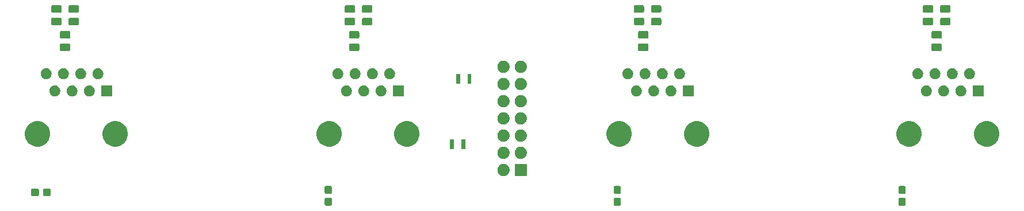
<source format=gbr>
G04 #@! TF.GenerationSoftware,KiCad,Pcbnew,(5.1.5)-3*
G04 #@! TF.CreationDate,2021-03-17T15:19:28-07:00*
G04 #@! TF.ProjectId,Daughterboard,44617567-6874-4657-9262-6f6172642e6b,rev?*
G04 #@! TF.SameCoordinates,Original*
G04 #@! TF.FileFunction,Soldermask,Top*
G04 #@! TF.FilePolarity,Negative*
%FSLAX46Y46*%
G04 Gerber Fmt 4.6, Leading zero omitted, Abs format (unit mm)*
G04 Created by KiCad (PCBNEW (5.1.5)-3) date 2021-03-17 15:19:28*
%MOMM*%
%LPD*%
G04 APERTURE LIST*
%ADD10C,0.100000*%
G04 APERTURE END LIST*
D10*
G36*
X154034499Y-140003445D02*
G01*
X154071995Y-140014820D01*
X154106554Y-140033292D01*
X154136847Y-140058153D01*
X154161708Y-140088446D01*
X154180180Y-140123005D01*
X154191555Y-140160501D01*
X154196000Y-140205638D01*
X154196000Y-140944362D01*
X154191555Y-140989499D01*
X154180180Y-141026995D01*
X154161708Y-141061554D01*
X154136847Y-141091847D01*
X154106554Y-141116708D01*
X154071995Y-141135180D01*
X154034499Y-141146555D01*
X153989362Y-141151000D01*
X153350638Y-141151000D01*
X153305501Y-141146555D01*
X153268005Y-141135180D01*
X153233446Y-141116708D01*
X153203153Y-141091847D01*
X153178292Y-141061554D01*
X153159820Y-141026995D01*
X153148445Y-140989499D01*
X153144000Y-140944362D01*
X153144000Y-140205638D01*
X153148445Y-140160501D01*
X153159820Y-140123005D01*
X153178292Y-140088446D01*
X153203153Y-140058153D01*
X153233446Y-140033292D01*
X153268005Y-140014820D01*
X153305501Y-140003445D01*
X153350638Y-139999000D01*
X153989362Y-139999000D01*
X154034499Y-140003445D01*
G37*
G36*
X111489499Y-140003445D02*
G01*
X111526995Y-140014820D01*
X111561554Y-140033292D01*
X111591847Y-140058153D01*
X111616708Y-140088446D01*
X111635180Y-140123005D01*
X111646555Y-140160501D01*
X111651000Y-140205638D01*
X111651000Y-140944362D01*
X111646555Y-140989499D01*
X111635180Y-141026995D01*
X111616708Y-141061554D01*
X111591847Y-141091847D01*
X111561554Y-141116708D01*
X111526995Y-141135180D01*
X111489499Y-141146555D01*
X111444362Y-141151000D01*
X110805638Y-141151000D01*
X110760501Y-141146555D01*
X110723005Y-141135180D01*
X110688446Y-141116708D01*
X110658153Y-141091847D01*
X110633292Y-141061554D01*
X110614820Y-141026995D01*
X110603445Y-140989499D01*
X110599000Y-140944362D01*
X110599000Y-140205638D01*
X110603445Y-140160501D01*
X110614820Y-140123005D01*
X110633292Y-140088446D01*
X110658153Y-140058153D01*
X110688446Y-140033292D01*
X110723005Y-140014820D01*
X110760501Y-140003445D01*
X110805638Y-139999000D01*
X111444362Y-139999000D01*
X111489499Y-140003445D01*
G37*
G36*
X195944499Y-140003445D02*
G01*
X195981995Y-140014820D01*
X196016554Y-140033292D01*
X196046847Y-140058153D01*
X196071708Y-140088446D01*
X196090180Y-140123005D01*
X196101555Y-140160501D01*
X196106000Y-140205638D01*
X196106000Y-140944362D01*
X196101555Y-140989499D01*
X196090180Y-141026995D01*
X196071708Y-141061554D01*
X196046847Y-141091847D01*
X196016554Y-141116708D01*
X195981995Y-141135180D01*
X195944499Y-141146555D01*
X195899362Y-141151000D01*
X195260638Y-141151000D01*
X195215501Y-141146555D01*
X195178005Y-141135180D01*
X195143446Y-141116708D01*
X195113153Y-141091847D01*
X195088292Y-141061554D01*
X195069820Y-141026995D01*
X195058445Y-140989499D01*
X195054000Y-140944362D01*
X195054000Y-140205638D01*
X195058445Y-140160501D01*
X195069820Y-140123005D01*
X195088292Y-140088446D01*
X195113153Y-140058153D01*
X195143446Y-140033292D01*
X195178005Y-140014820D01*
X195215501Y-140003445D01*
X195260638Y-139999000D01*
X195899362Y-139999000D01*
X195944499Y-140003445D01*
G37*
G36*
X68373499Y-138670445D02*
G01*
X68410995Y-138681820D01*
X68445554Y-138700292D01*
X68475847Y-138725153D01*
X68500708Y-138755446D01*
X68519180Y-138790005D01*
X68530555Y-138827501D01*
X68535000Y-138872638D01*
X68535000Y-139511362D01*
X68530555Y-139556499D01*
X68519180Y-139593995D01*
X68500708Y-139628554D01*
X68475847Y-139658847D01*
X68445554Y-139683708D01*
X68410995Y-139702180D01*
X68373499Y-139713555D01*
X68328362Y-139718000D01*
X67589638Y-139718000D01*
X67544501Y-139713555D01*
X67507005Y-139702180D01*
X67472446Y-139683708D01*
X67442153Y-139658847D01*
X67417292Y-139628554D01*
X67398820Y-139593995D01*
X67387445Y-139556499D01*
X67383000Y-139511362D01*
X67383000Y-138872638D01*
X67387445Y-138827501D01*
X67398820Y-138790005D01*
X67417292Y-138755446D01*
X67442153Y-138725153D01*
X67472446Y-138700292D01*
X67507005Y-138681820D01*
X67544501Y-138670445D01*
X67589638Y-138666000D01*
X68328362Y-138666000D01*
X68373499Y-138670445D01*
G37*
G36*
X70123499Y-138670445D02*
G01*
X70160995Y-138681820D01*
X70195554Y-138700292D01*
X70225847Y-138725153D01*
X70250708Y-138755446D01*
X70269180Y-138790005D01*
X70280555Y-138827501D01*
X70285000Y-138872638D01*
X70285000Y-139511362D01*
X70280555Y-139556499D01*
X70269180Y-139593995D01*
X70250708Y-139628554D01*
X70225847Y-139658847D01*
X70195554Y-139683708D01*
X70160995Y-139702180D01*
X70123499Y-139713555D01*
X70078362Y-139718000D01*
X69339638Y-139718000D01*
X69294501Y-139713555D01*
X69257005Y-139702180D01*
X69222446Y-139683708D01*
X69192153Y-139658847D01*
X69167292Y-139628554D01*
X69148820Y-139593995D01*
X69137445Y-139556499D01*
X69133000Y-139511362D01*
X69133000Y-138872638D01*
X69137445Y-138827501D01*
X69148820Y-138790005D01*
X69167292Y-138755446D01*
X69192153Y-138725153D01*
X69222446Y-138700292D01*
X69257005Y-138681820D01*
X69294501Y-138670445D01*
X69339638Y-138666000D01*
X70078362Y-138666000D01*
X70123499Y-138670445D01*
G37*
G36*
X195944499Y-138253445D02*
G01*
X195981995Y-138264820D01*
X196016554Y-138283292D01*
X196046847Y-138308153D01*
X196071708Y-138338446D01*
X196090180Y-138373005D01*
X196101555Y-138410501D01*
X196106000Y-138455638D01*
X196106000Y-139194362D01*
X196101555Y-139239499D01*
X196090180Y-139276995D01*
X196071708Y-139311554D01*
X196046847Y-139341847D01*
X196016554Y-139366708D01*
X195981995Y-139385180D01*
X195944499Y-139396555D01*
X195899362Y-139401000D01*
X195260638Y-139401000D01*
X195215501Y-139396555D01*
X195178005Y-139385180D01*
X195143446Y-139366708D01*
X195113153Y-139341847D01*
X195088292Y-139311554D01*
X195069820Y-139276995D01*
X195058445Y-139239499D01*
X195054000Y-139194362D01*
X195054000Y-138455638D01*
X195058445Y-138410501D01*
X195069820Y-138373005D01*
X195088292Y-138338446D01*
X195113153Y-138308153D01*
X195143446Y-138283292D01*
X195178005Y-138264820D01*
X195215501Y-138253445D01*
X195260638Y-138249000D01*
X195899362Y-138249000D01*
X195944499Y-138253445D01*
G37*
G36*
X154034499Y-138253445D02*
G01*
X154071995Y-138264820D01*
X154106554Y-138283292D01*
X154136847Y-138308153D01*
X154161708Y-138338446D01*
X154180180Y-138373005D01*
X154191555Y-138410501D01*
X154196000Y-138455638D01*
X154196000Y-139194362D01*
X154191555Y-139239499D01*
X154180180Y-139276995D01*
X154161708Y-139311554D01*
X154136847Y-139341847D01*
X154106554Y-139366708D01*
X154071995Y-139385180D01*
X154034499Y-139396555D01*
X153989362Y-139401000D01*
X153350638Y-139401000D01*
X153305501Y-139396555D01*
X153268005Y-139385180D01*
X153233446Y-139366708D01*
X153203153Y-139341847D01*
X153178292Y-139311554D01*
X153159820Y-139276995D01*
X153148445Y-139239499D01*
X153144000Y-139194362D01*
X153144000Y-138455638D01*
X153148445Y-138410501D01*
X153159820Y-138373005D01*
X153178292Y-138338446D01*
X153203153Y-138308153D01*
X153233446Y-138283292D01*
X153268005Y-138264820D01*
X153305501Y-138253445D01*
X153350638Y-138249000D01*
X153989362Y-138249000D01*
X154034499Y-138253445D01*
G37*
G36*
X111489499Y-138253445D02*
G01*
X111526995Y-138264820D01*
X111561554Y-138283292D01*
X111591847Y-138308153D01*
X111616708Y-138338446D01*
X111635180Y-138373005D01*
X111646555Y-138410501D01*
X111651000Y-138455638D01*
X111651000Y-139194362D01*
X111646555Y-139239499D01*
X111635180Y-139276995D01*
X111616708Y-139311554D01*
X111591847Y-139341847D01*
X111561554Y-139366708D01*
X111526995Y-139385180D01*
X111489499Y-139396555D01*
X111444362Y-139401000D01*
X110805638Y-139401000D01*
X110760501Y-139396555D01*
X110723005Y-139385180D01*
X110688446Y-139366708D01*
X110658153Y-139341847D01*
X110633292Y-139311554D01*
X110614820Y-139276995D01*
X110603445Y-139239499D01*
X110599000Y-139194362D01*
X110599000Y-138455638D01*
X110603445Y-138410501D01*
X110614820Y-138373005D01*
X110633292Y-138338446D01*
X110658153Y-138308153D01*
X110688446Y-138283292D01*
X110723005Y-138264820D01*
X110760501Y-138253445D01*
X110805638Y-138249000D01*
X111444362Y-138249000D01*
X111489499Y-138253445D01*
G37*
G36*
X137014796Y-134992989D02*
G01*
X137168812Y-135023624D01*
X137332784Y-135091544D01*
X137480354Y-135190147D01*
X137605853Y-135315646D01*
X137704456Y-135463216D01*
X137772376Y-135627188D01*
X137807000Y-135801259D01*
X137807000Y-135978741D01*
X137772376Y-136152812D01*
X137704456Y-136316784D01*
X137605853Y-136464354D01*
X137480354Y-136589853D01*
X137332784Y-136688456D01*
X137168812Y-136756376D01*
X137020341Y-136785908D01*
X136994742Y-136791000D01*
X136817258Y-136791000D01*
X136791659Y-136785908D01*
X136643188Y-136756376D01*
X136479216Y-136688456D01*
X136331646Y-136589853D01*
X136206147Y-136464354D01*
X136107544Y-136316784D01*
X136039624Y-136152812D01*
X136005000Y-135978741D01*
X136005000Y-135801259D01*
X136039624Y-135627188D01*
X136107544Y-135463216D01*
X136206147Y-135315646D01*
X136331646Y-135190147D01*
X136479216Y-135091544D01*
X136643188Y-135023624D01*
X136797204Y-134992989D01*
X136817258Y-134989000D01*
X136994742Y-134989000D01*
X137014796Y-134992989D01*
G37*
G36*
X140204600Y-134992989D02*
G01*
X140237652Y-135003015D01*
X140268103Y-135019292D01*
X140294799Y-135041201D01*
X140316708Y-135067897D01*
X140332985Y-135098348D01*
X140343011Y-135131400D01*
X140347000Y-135171903D01*
X140347000Y-136608097D01*
X140343011Y-136648600D01*
X140332985Y-136681652D01*
X140316708Y-136712103D01*
X140294799Y-136738799D01*
X140268103Y-136760708D01*
X140237652Y-136776985D01*
X140204600Y-136787011D01*
X140164097Y-136791000D01*
X138727903Y-136791000D01*
X138687400Y-136787011D01*
X138654348Y-136776985D01*
X138623897Y-136760708D01*
X138597201Y-136738799D01*
X138575292Y-136712103D01*
X138559015Y-136681652D01*
X138548989Y-136648600D01*
X138545000Y-136608097D01*
X138545000Y-135171903D01*
X138548989Y-135131400D01*
X138559015Y-135098348D01*
X138575292Y-135067897D01*
X138597201Y-135041201D01*
X138623897Y-135019292D01*
X138654348Y-135003015D01*
X138687400Y-134992989D01*
X138727903Y-134989000D01*
X140164097Y-134989000D01*
X140204600Y-134992989D01*
G37*
G36*
X137019512Y-132453927D02*
G01*
X137168812Y-132483624D01*
X137332784Y-132551544D01*
X137480354Y-132650147D01*
X137605853Y-132775646D01*
X137704456Y-132923216D01*
X137772376Y-133087188D01*
X137807000Y-133261259D01*
X137807000Y-133438741D01*
X137772376Y-133612812D01*
X137704456Y-133776784D01*
X137605853Y-133924354D01*
X137480354Y-134049853D01*
X137332784Y-134148456D01*
X137168812Y-134216376D01*
X137019512Y-134246073D01*
X136994742Y-134251000D01*
X136817258Y-134251000D01*
X136792488Y-134246073D01*
X136643188Y-134216376D01*
X136479216Y-134148456D01*
X136331646Y-134049853D01*
X136206147Y-133924354D01*
X136107544Y-133776784D01*
X136039624Y-133612812D01*
X136005000Y-133438741D01*
X136005000Y-133261259D01*
X136039624Y-133087188D01*
X136107544Y-132923216D01*
X136206147Y-132775646D01*
X136331646Y-132650147D01*
X136479216Y-132551544D01*
X136643188Y-132483624D01*
X136792488Y-132453927D01*
X136817258Y-132449000D01*
X136994742Y-132449000D01*
X137019512Y-132453927D01*
G37*
G36*
X139559512Y-132453927D02*
G01*
X139708812Y-132483624D01*
X139872784Y-132551544D01*
X140020354Y-132650147D01*
X140145853Y-132775646D01*
X140244456Y-132923216D01*
X140312376Y-133087188D01*
X140347000Y-133261259D01*
X140347000Y-133438741D01*
X140312376Y-133612812D01*
X140244456Y-133776784D01*
X140145853Y-133924354D01*
X140020354Y-134049853D01*
X139872784Y-134148456D01*
X139708812Y-134216376D01*
X139559512Y-134246073D01*
X139534742Y-134251000D01*
X139357258Y-134251000D01*
X139332488Y-134246073D01*
X139183188Y-134216376D01*
X139019216Y-134148456D01*
X138871646Y-134049853D01*
X138746147Y-133924354D01*
X138647544Y-133776784D01*
X138579624Y-133612812D01*
X138545000Y-133438741D01*
X138545000Y-133261259D01*
X138579624Y-133087188D01*
X138647544Y-132923216D01*
X138746147Y-132775646D01*
X138871646Y-132650147D01*
X139019216Y-132551544D01*
X139183188Y-132483624D01*
X139332488Y-132453927D01*
X139357258Y-132449000D01*
X139534742Y-132449000D01*
X139559512Y-132453927D01*
G37*
G36*
X131301500Y-132781000D02*
G01*
X130724500Y-132781000D01*
X130724500Y-131379000D01*
X131301500Y-131379000D01*
X131301500Y-132781000D01*
G37*
G36*
X129625500Y-132781000D02*
G01*
X129048500Y-132781000D01*
X129048500Y-131379000D01*
X129625500Y-131379000D01*
X129625500Y-132781000D01*
G37*
G36*
X111799208Y-128752093D02*
G01*
X112140617Y-128893510D01*
X112140619Y-128893511D01*
X112254873Y-128969853D01*
X112447880Y-129098816D01*
X112709184Y-129360120D01*
X112914490Y-129667383D01*
X113055907Y-130008792D01*
X113128000Y-130371229D01*
X113128000Y-130740771D01*
X113055907Y-131103208D01*
X112939452Y-131384353D01*
X112914489Y-131444619D01*
X112709184Y-131751880D01*
X112447880Y-132013184D01*
X112140619Y-132218489D01*
X112140618Y-132218490D01*
X112140617Y-132218490D01*
X111799208Y-132359907D01*
X111436771Y-132432000D01*
X111067229Y-132432000D01*
X110704792Y-132359907D01*
X110363383Y-132218490D01*
X110363382Y-132218490D01*
X110363381Y-132218489D01*
X110056120Y-132013184D01*
X109794816Y-131751880D01*
X109589511Y-131444619D01*
X109564548Y-131384353D01*
X109448093Y-131103208D01*
X109376000Y-130740771D01*
X109376000Y-130371229D01*
X109448093Y-130008792D01*
X109589510Y-129667383D01*
X109794816Y-129360120D01*
X110056120Y-129098816D01*
X110249127Y-128969853D01*
X110363381Y-128893511D01*
X110363383Y-128893510D01*
X110704792Y-128752093D01*
X111067229Y-128680000D01*
X111436771Y-128680000D01*
X111799208Y-128752093D01*
G37*
G36*
X154471208Y-128752093D02*
G01*
X154812617Y-128893510D01*
X154812619Y-128893511D01*
X154926873Y-128969853D01*
X155119880Y-129098816D01*
X155381184Y-129360120D01*
X155586490Y-129667383D01*
X155727907Y-130008792D01*
X155800000Y-130371229D01*
X155800000Y-130740771D01*
X155727907Y-131103208D01*
X155611452Y-131384353D01*
X155586489Y-131444619D01*
X155381184Y-131751880D01*
X155119880Y-132013184D01*
X154812619Y-132218489D01*
X154812618Y-132218490D01*
X154812617Y-132218490D01*
X154471208Y-132359907D01*
X154108771Y-132432000D01*
X153739229Y-132432000D01*
X153376792Y-132359907D01*
X153035383Y-132218490D01*
X153035382Y-132218490D01*
X153035381Y-132218489D01*
X152728120Y-132013184D01*
X152466816Y-131751880D01*
X152261511Y-131444619D01*
X152236548Y-131384353D01*
X152120093Y-131103208D01*
X152048000Y-130740771D01*
X152048000Y-130371229D01*
X152120093Y-130008792D01*
X152261510Y-129667383D01*
X152466816Y-129360120D01*
X152728120Y-129098816D01*
X152921127Y-128969853D01*
X153035381Y-128893511D01*
X153035383Y-128893510D01*
X153376792Y-128752093D01*
X153739229Y-128680000D01*
X154108771Y-128680000D01*
X154471208Y-128752093D01*
G37*
G36*
X208573208Y-128752093D02*
G01*
X208914617Y-128893510D01*
X208914619Y-128893511D01*
X209028873Y-128969853D01*
X209221880Y-129098816D01*
X209483184Y-129360120D01*
X209688490Y-129667383D01*
X209829907Y-130008792D01*
X209902000Y-130371229D01*
X209902000Y-130740771D01*
X209829907Y-131103208D01*
X209713452Y-131384353D01*
X209688489Y-131444619D01*
X209483184Y-131751880D01*
X209221880Y-132013184D01*
X208914619Y-132218489D01*
X208914618Y-132218490D01*
X208914617Y-132218490D01*
X208573208Y-132359907D01*
X208210771Y-132432000D01*
X207841229Y-132432000D01*
X207478792Y-132359907D01*
X207137383Y-132218490D01*
X207137382Y-132218490D01*
X207137381Y-132218489D01*
X206830120Y-132013184D01*
X206568816Y-131751880D01*
X206363511Y-131444619D01*
X206338548Y-131384353D01*
X206222093Y-131103208D01*
X206150000Y-130740771D01*
X206150000Y-130371229D01*
X206222093Y-130008792D01*
X206363510Y-129667383D01*
X206568816Y-129360120D01*
X206830120Y-129098816D01*
X207023127Y-128969853D01*
X207137381Y-128893511D01*
X207137383Y-128893510D01*
X207478792Y-128752093D01*
X207841229Y-128680000D01*
X208210771Y-128680000D01*
X208573208Y-128752093D01*
G37*
G36*
X197143208Y-128752093D02*
G01*
X197484617Y-128893510D01*
X197484619Y-128893511D01*
X197598873Y-128969853D01*
X197791880Y-129098816D01*
X198053184Y-129360120D01*
X198258490Y-129667383D01*
X198399907Y-130008792D01*
X198472000Y-130371229D01*
X198472000Y-130740771D01*
X198399907Y-131103208D01*
X198283452Y-131384353D01*
X198258489Y-131444619D01*
X198053184Y-131751880D01*
X197791880Y-132013184D01*
X197484619Y-132218489D01*
X197484618Y-132218490D01*
X197484617Y-132218490D01*
X197143208Y-132359907D01*
X196780771Y-132432000D01*
X196411229Y-132432000D01*
X196048792Y-132359907D01*
X195707383Y-132218490D01*
X195707382Y-132218490D01*
X195707381Y-132218489D01*
X195400120Y-132013184D01*
X195138816Y-131751880D01*
X194933511Y-131444619D01*
X194908548Y-131384353D01*
X194792093Y-131103208D01*
X194720000Y-130740771D01*
X194720000Y-130371229D01*
X194792093Y-130008792D01*
X194933510Y-129667383D01*
X195138816Y-129360120D01*
X195400120Y-129098816D01*
X195593127Y-128969853D01*
X195707381Y-128893511D01*
X195707383Y-128893510D01*
X196048792Y-128752093D01*
X196411229Y-128680000D01*
X196780771Y-128680000D01*
X197143208Y-128752093D01*
G37*
G36*
X165901208Y-128752093D02*
G01*
X166242617Y-128893510D01*
X166242619Y-128893511D01*
X166356873Y-128969853D01*
X166549880Y-129098816D01*
X166811184Y-129360120D01*
X167016490Y-129667383D01*
X167157907Y-130008792D01*
X167230000Y-130371229D01*
X167230000Y-130740771D01*
X167157907Y-131103208D01*
X167041452Y-131384353D01*
X167016489Y-131444619D01*
X166811184Y-131751880D01*
X166549880Y-132013184D01*
X166242619Y-132218489D01*
X166242618Y-132218490D01*
X166242617Y-132218490D01*
X165901208Y-132359907D01*
X165538771Y-132432000D01*
X165169229Y-132432000D01*
X164806792Y-132359907D01*
X164465383Y-132218490D01*
X164465382Y-132218490D01*
X164465381Y-132218489D01*
X164158120Y-132013184D01*
X163896816Y-131751880D01*
X163691511Y-131444619D01*
X163666548Y-131384353D01*
X163550093Y-131103208D01*
X163478000Y-130740771D01*
X163478000Y-130371229D01*
X163550093Y-130008792D01*
X163691510Y-129667383D01*
X163896816Y-129360120D01*
X164158120Y-129098816D01*
X164351127Y-128969853D01*
X164465381Y-128893511D01*
X164465383Y-128893510D01*
X164806792Y-128752093D01*
X165169229Y-128680000D01*
X165538771Y-128680000D01*
X165901208Y-128752093D01*
G37*
G36*
X123229208Y-128752093D02*
G01*
X123570617Y-128893510D01*
X123570619Y-128893511D01*
X123684873Y-128969853D01*
X123877880Y-129098816D01*
X124139184Y-129360120D01*
X124344490Y-129667383D01*
X124485907Y-130008792D01*
X124558000Y-130371229D01*
X124558000Y-130740771D01*
X124485907Y-131103208D01*
X124369452Y-131384353D01*
X124344489Y-131444619D01*
X124139184Y-131751880D01*
X123877880Y-132013184D01*
X123570619Y-132218489D01*
X123570618Y-132218490D01*
X123570617Y-132218490D01*
X123229208Y-132359907D01*
X122866771Y-132432000D01*
X122497229Y-132432000D01*
X122134792Y-132359907D01*
X121793383Y-132218490D01*
X121793382Y-132218490D01*
X121793381Y-132218489D01*
X121486120Y-132013184D01*
X121224816Y-131751880D01*
X121019511Y-131444619D01*
X120994548Y-131384353D01*
X120878093Y-131103208D01*
X120806000Y-130740771D01*
X120806000Y-130371229D01*
X120878093Y-130008792D01*
X121019510Y-129667383D01*
X121224816Y-129360120D01*
X121486120Y-129098816D01*
X121679127Y-128969853D01*
X121793381Y-128893511D01*
X121793383Y-128893510D01*
X122134792Y-128752093D01*
X122497229Y-128680000D01*
X122866771Y-128680000D01*
X123229208Y-128752093D01*
G37*
G36*
X80303208Y-128752093D02*
G01*
X80644617Y-128893510D01*
X80644619Y-128893511D01*
X80758873Y-128969853D01*
X80951880Y-129098816D01*
X81213184Y-129360120D01*
X81418490Y-129667383D01*
X81559907Y-130008792D01*
X81632000Y-130371229D01*
X81632000Y-130740771D01*
X81559907Y-131103208D01*
X81443452Y-131384353D01*
X81418489Y-131444619D01*
X81213184Y-131751880D01*
X80951880Y-132013184D01*
X80644619Y-132218489D01*
X80644618Y-132218490D01*
X80644617Y-132218490D01*
X80303208Y-132359907D01*
X79940771Y-132432000D01*
X79571229Y-132432000D01*
X79208792Y-132359907D01*
X78867383Y-132218490D01*
X78867382Y-132218490D01*
X78867381Y-132218489D01*
X78560120Y-132013184D01*
X78298816Y-131751880D01*
X78093511Y-131444619D01*
X78068548Y-131384353D01*
X77952093Y-131103208D01*
X77880000Y-130740771D01*
X77880000Y-130371229D01*
X77952093Y-130008792D01*
X78093510Y-129667383D01*
X78298816Y-129360120D01*
X78560120Y-129098816D01*
X78753127Y-128969853D01*
X78867381Y-128893511D01*
X78867383Y-128893510D01*
X79208792Y-128752093D01*
X79571229Y-128680000D01*
X79940771Y-128680000D01*
X80303208Y-128752093D01*
G37*
G36*
X68873208Y-128752093D02*
G01*
X69214617Y-128893510D01*
X69214619Y-128893511D01*
X69328873Y-128969853D01*
X69521880Y-129098816D01*
X69783184Y-129360120D01*
X69988490Y-129667383D01*
X70129907Y-130008792D01*
X70202000Y-130371229D01*
X70202000Y-130740771D01*
X70129907Y-131103208D01*
X70013452Y-131384353D01*
X69988489Y-131444619D01*
X69783184Y-131751880D01*
X69521880Y-132013184D01*
X69214619Y-132218489D01*
X69214618Y-132218490D01*
X69214617Y-132218490D01*
X68873208Y-132359907D01*
X68510771Y-132432000D01*
X68141229Y-132432000D01*
X67778792Y-132359907D01*
X67437383Y-132218490D01*
X67437382Y-132218490D01*
X67437381Y-132218489D01*
X67130120Y-132013184D01*
X66868816Y-131751880D01*
X66663511Y-131444619D01*
X66638548Y-131384353D01*
X66522093Y-131103208D01*
X66450000Y-130740771D01*
X66450000Y-130371229D01*
X66522093Y-130008792D01*
X66663510Y-129667383D01*
X66868816Y-129360120D01*
X67130120Y-129098816D01*
X67323127Y-128969853D01*
X67437381Y-128893511D01*
X67437383Y-128893510D01*
X67778792Y-128752093D01*
X68141229Y-128680000D01*
X68510771Y-128680000D01*
X68873208Y-128752093D01*
G37*
G36*
X137019512Y-129913927D02*
G01*
X137168812Y-129943624D01*
X137332784Y-130011544D01*
X137480354Y-130110147D01*
X137605853Y-130235646D01*
X137704456Y-130383216D01*
X137772376Y-130547188D01*
X137807000Y-130721259D01*
X137807000Y-130898741D01*
X137772376Y-131072812D01*
X137704456Y-131236784D01*
X137605853Y-131384354D01*
X137480354Y-131509853D01*
X137332784Y-131608456D01*
X137168812Y-131676376D01*
X137019512Y-131706073D01*
X136994742Y-131711000D01*
X136817258Y-131711000D01*
X136792488Y-131706073D01*
X136643188Y-131676376D01*
X136479216Y-131608456D01*
X136331646Y-131509853D01*
X136206147Y-131384354D01*
X136107544Y-131236784D01*
X136039624Y-131072812D01*
X136005000Y-130898741D01*
X136005000Y-130721259D01*
X136039624Y-130547188D01*
X136107544Y-130383216D01*
X136206147Y-130235646D01*
X136331646Y-130110147D01*
X136479216Y-130011544D01*
X136643188Y-129943624D01*
X136792488Y-129913927D01*
X136817258Y-129909000D01*
X136994742Y-129909000D01*
X137019512Y-129913927D01*
G37*
G36*
X139559512Y-129913927D02*
G01*
X139708812Y-129943624D01*
X139872784Y-130011544D01*
X140020354Y-130110147D01*
X140145853Y-130235646D01*
X140244456Y-130383216D01*
X140312376Y-130547188D01*
X140347000Y-130721259D01*
X140347000Y-130898741D01*
X140312376Y-131072812D01*
X140244456Y-131236784D01*
X140145853Y-131384354D01*
X140020354Y-131509853D01*
X139872784Y-131608456D01*
X139708812Y-131676376D01*
X139559512Y-131706073D01*
X139534742Y-131711000D01*
X139357258Y-131711000D01*
X139332488Y-131706073D01*
X139183188Y-131676376D01*
X139019216Y-131608456D01*
X138871646Y-131509853D01*
X138746147Y-131384354D01*
X138647544Y-131236784D01*
X138579624Y-131072812D01*
X138545000Y-130898741D01*
X138545000Y-130721259D01*
X138579624Y-130547188D01*
X138647544Y-130383216D01*
X138746147Y-130235646D01*
X138871646Y-130110147D01*
X139019216Y-130011544D01*
X139183188Y-129943624D01*
X139332488Y-129913927D01*
X139357258Y-129909000D01*
X139534742Y-129909000D01*
X139559512Y-129913927D01*
G37*
G36*
X137019512Y-127373927D02*
G01*
X137168812Y-127403624D01*
X137332784Y-127471544D01*
X137480354Y-127570147D01*
X137605853Y-127695646D01*
X137704456Y-127843216D01*
X137772376Y-128007188D01*
X137807000Y-128181259D01*
X137807000Y-128358741D01*
X137772376Y-128532812D01*
X137704456Y-128696784D01*
X137605853Y-128844354D01*
X137480354Y-128969853D01*
X137332784Y-129068456D01*
X137168812Y-129136376D01*
X137019512Y-129166073D01*
X136994742Y-129171000D01*
X136817258Y-129171000D01*
X136792488Y-129166073D01*
X136643188Y-129136376D01*
X136479216Y-129068456D01*
X136331646Y-128969853D01*
X136206147Y-128844354D01*
X136107544Y-128696784D01*
X136039624Y-128532812D01*
X136005000Y-128358741D01*
X136005000Y-128181259D01*
X136039624Y-128007188D01*
X136107544Y-127843216D01*
X136206147Y-127695646D01*
X136331646Y-127570147D01*
X136479216Y-127471544D01*
X136643188Y-127403624D01*
X136792488Y-127373927D01*
X136817258Y-127369000D01*
X136994742Y-127369000D01*
X137019512Y-127373927D01*
G37*
G36*
X139559512Y-127373927D02*
G01*
X139708812Y-127403624D01*
X139872784Y-127471544D01*
X140020354Y-127570147D01*
X140145853Y-127695646D01*
X140244456Y-127843216D01*
X140312376Y-128007188D01*
X140347000Y-128181259D01*
X140347000Y-128358741D01*
X140312376Y-128532812D01*
X140244456Y-128696784D01*
X140145853Y-128844354D01*
X140020354Y-128969853D01*
X139872784Y-129068456D01*
X139708812Y-129136376D01*
X139559512Y-129166073D01*
X139534742Y-129171000D01*
X139357258Y-129171000D01*
X139332488Y-129166073D01*
X139183188Y-129136376D01*
X139019216Y-129068456D01*
X138871646Y-128969853D01*
X138746147Y-128844354D01*
X138647544Y-128696784D01*
X138579624Y-128532812D01*
X138545000Y-128358741D01*
X138545000Y-128181259D01*
X138579624Y-128007188D01*
X138647544Y-127843216D01*
X138746147Y-127695646D01*
X138871646Y-127570147D01*
X139019216Y-127471544D01*
X139183188Y-127403624D01*
X139332488Y-127373927D01*
X139357258Y-127369000D01*
X139534742Y-127369000D01*
X139559512Y-127373927D01*
G37*
G36*
X137019512Y-124833927D02*
G01*
X137168812Y-124863624D01*
X137332784Y-124931544D01*
X137480354Y-125030147D01*
X137605853Y-125155646D01*
X137704456Y-125303216D01*
X137772376Y-125467188D01*
X137807000Y-125641259D01*
X137807000Y-125818741D01*
X137772376Y-125992812D01*
X137704456Y-126156784D01*
X137605853Y-126304354D01*
X137480354Y-126429853D01*
X137332784Y-126528456D01*
X137168812Y-126596376D01*
X137019512Y-126626073D01*
X136994742Y-126631000D01*
X136817258Y-126631000D01*
X136792488Y-126626073D01*
X136643188Y-126596376D01*
X136479216Y-126528456D01*
X136331646Y-126429853D01*
X136206147Y-126304354D01*
X136107544Y-126156784D01*
X136039624Y-125992812D01*
X136005000Y-125818741D01*
X136005000Y-125641259D01*
X136039624Y-125467188D01*
X136107544Y-125303216D01*
X136206147Y-125155646D01*
X136331646Y-125030147D01*
X136479216Y-124931544D01*
X136643188Y-124863624D01*
X136792488Y-124833927D01*
X136817258Y-124829000D01*
X136994742Y-124829000D01*
X137019512Y-124833927D01*
G37*
G36*
X139559512Y-124833927D02*
G01*
X139708812Y-124863624D01*
X139872784Y-124931544D01*
X140020354Y-125030147D01*
X140145853Y-125155646D01*
X140244456Y-125303216D01*
X140312376Y-125467188D01*
X140347000Y-125641259D01*
X140347000Y-125818741D01*
X140312376Y-125992812D01*
X140244456Y-126156784D01*
X140145853Y-126304354D01*
X140020354Y-126429853D01*
X139872784Y-126528456D01*
X139708812Y-126596376D01*
X139559512Y-126626073D01*
X139534742Y-126631000D01*
X139357258Y-126631000D01*
X139332488Y-126626073D01*
X139183188Y-126596376D01*
X139019216Y-126528456D01*
X138871646Y-126429853D01*
X138746147Y-126304354D01*
X138647544Y-126156784D01*
X138579624Y-125992812D01*
X138545000Y-125818741D01*
X138545000Y-125641259D01*
X138579624Y-125467188D01*
X138647544Y-125303216D01*
X138746147Y-125155646D01*
X138871646Y-125030147D01*
X139019216Y-124931544D01*
X139183188Y-124863624D01*
X139332488Y-124833927D01*
X139357258Y-124829000D01*
X139534742Y-124829000D01*
X139559512Y-124833927D01*
G37*
G36*
X119105642Y-123435781D02*
G01*
X119251414Y-123496162D01*
X119251416Y-123496163D01*
X119382608Y-123583822D01*
X119494178Y-123695392D01*
X119581837Y-123826584D01*
X119581838Y-123826586D01*
X119642219Y-123972358D01*
X119673000Y-124127107D01*
X119673000Y-124284893D01*
X119642219Y-124439642D01*
X119581838Y-124585414D01*
X119581837Y-124585416D01*
X119494178Y-124716608D01*
X119382608Y-124828178D01*
X119251416Y-124915837D01*
X119251415Y-124915838D01*
X119251414Y-124915838D01*
X119105642Y-124976219D01*
X118950893Y-125007000D01*
X118793107Y-125007000D01*
X118638358Y-124976219D01*
X118492586Y-124915838D01*
X118492585Y-124915838D01*
X118492584Y-124915837D01*
X118361392Y-124828178D01*
X118249822Y-124716608D01*
X118162163Y-124585416D01*
X118162162Y-124585414D01*
X118101781Y-124439642D01*
X118071000Y-124284893D01*
X118071000Y-124127107D01*
X118101781Y-123972358D01*
X118162162Y-123826586D01*
X118162163Y-123826584D01*
X118249822Y-123695392D01*
X118361392Y-123583822D01*
X118492584Y-123496163D01*
X118492586Y-123496162D01*
X118638358Y-123435781D01*
X118793107Y-123405000D01*
X118950893Y-123405000D01*
X119105642Y-123435781D01*
G37*
G36*
X207557000Y-125007000D02*
G01*
X205955000Y-125007000D01*
X205955000Y-123405000D01*
X207557000Y-123405000D01*
X207557000Y-125007000D01*
G37*
G36*
X204449642Y-123435781D02*
G01*
X204595414Y-123496162D01*
X204595416Y-123496163D01*
X204726608Y-123583822D01*
X204838178Y-123695392D01*
X204925837Y-123826584D01*
X204925838Y-123826586D01*
X204986219Y-123972358D01*
X205017000Y-124127107D01*
X205017000Y-124284893D01*
X204986219Y-124439642D01*
X204925838Y-124585414D01*
X204925837Y-124585416D01*
X204838178Y-124716608D01*
X204726608Y-124828178D01*
X204595416Y-124915837D01*
X204595415Y-124915838D01*
X204595414Y-124915838D01*
X204449642Y-124976219D01*
X204294893Y-125007000D01*
X204137107Y-125007000D01*
X203982358Y-124976219D01*
X203836586Y-124915838D01*
X203836585Y-124915838D01*
X203836584Y-124915837D01*
X203705392Y-124828178D01*
X203593822Y-124716608D01*
X203506163Y-124585416D01*
X203506162Y-124585414D01*
X203445781Y-124439642D01*
X203415000Y-124284893D01*
X203415000Y-124127107D01*
X203445781Y-123972358D01*
X203506162Y-123826586D01*
X203506163Y-123826584D01*
X203593822Y-123695392D01*
X203705392Y-123583822D01*
X203836584Y-123496163D01*
X203836586Y-123496162D01*
X203982358Y-123435781D01*
X204137107Y-123405000D01*
X204294893Y-123405000D01*
X204449642Y-123435781D01*
G37*
G36*
X201909642Y-123435781D02*
G01*
X202055414Y-123496162D01*
X202055416Y-123496163D01*
X202186608Y-123583822D01*
X202298178Y-123695392D01*
X202385837Y-123826584D01*
X202385838Y-123826586D01*
X202446219Y-123972358D01*
X202477000Y-124127107D01*
X202477000Y-124284893D01*
X202446219Y-124439642D01*
X202385838Y-124585414D01*
X202385837Y-124585416D01*
X202298178Y-124716608D01*
X202186608Y-124828178D01*
X202055416Y-124915837D01*
X202055415Y-124915838D01*
X202055414Y-124915838D01*
X201909642Y-124976219D01*
X201754893Y-125007000D01*
X201597107Y-125007000D01*
X201442358Y-124976219D01*
X201296586Y-124915838D01*
X201296585Y-124915838D01*
X201296584Y-124915837D01*
X201165392Y-124828178D01*
X201053822Y-124716608D01*
X200966163Y-124585416D01*
X200966162Y-124585414D01*
X200905781Y-124439642D01*
X200875000Y-124284893D01*
X200875000Y-124127107D01*
X200905781Y-123972358D01*
X200966162Y-123826586D01*
X200966163Y-123826584D01*
X201053822Y-123695392D01*
X201165392Y-123583822D01*
X201296584Y-123496163D01*
X201296586Y-123496162D01*
X201442358Y-123435781D01*
X201597107Y-123405000D01*
X201754893Y-123405000D01*
X201909642Y-123435781D01*
G37*
G36*
X76179642Y-123435781D02*
G01*
X76325414Y-123496162D01*
X76325416Y-123496163D01*
X76456608Y-123583822D01*
X76568178Y-123695392D01*
X76655837Y-123826584D01*
X76655838Y-123826586D01*
X76716219Y-123972358D01*
X76747000Y-124127107D01*
X76747000Y-124284893D01*
X76716219Y-124439642D01*
X76655838Y-124585414D01*
X76655837Y-124585416D01*
X76568178Y-124716608D01*
X76456608Y-124828178D01*
X76325416Y-124915837D01*
X76325415Y-124915838D01*
X76325414Y-124915838D01*
X76179642Y-124976219D01*
X76024893Y-125007000D01*
X75867107Y-125007000D01*
X75712358Y-124976219D01*
X75566586Y-124915838D01*
X75566585Y-124915838D01*
X75566584Y-124915837D01*
X75435392Y-124828178D01*
X75323822Y-124716608D01*
X75236163Y-124585416D01*
X75236162Y-124585414D01*
X75175781Y-124439642D01*
X75145000Y-124284893D01*
X75145000Y-124127107D01*
X75175781Y-123972358D01*
X75236162Y-123826586D01*
X75236163Y-123826584D01*
X75323822Y-123695392D01*
X75435392Y-123583822D01*
X75566584Y-123496163D01*
X75566586Y-123496162D01*
X75712358Y-123435781D01*
X75867107Y-123405000D01*
X76024893Y-123405000D01*
X76179642Y-123435781D01*
G37*
G36*
X79287000Y-125007000D02*
G01*
X77685000Y-125007000D01*
X77685000Y-123405000D01*
X79287000Y-123405000D01*
X79287000Y-125007000D01*
G37*
G36*
X114025642Y-123435781D02*
G01*
X114171414Y-123496162D01*
X114171416Y-123496163D01*
X114302608Y-123583822D01*
X114414178Y-123695392D01*
X114501837Y-123826584D01*
X114501838Y-123826586D01*
X114562219Y-123972358D01*
X114593000Y-124127107D01*
X114593000Y-124284893D01*
X114562219Y-124439642D01*
X114501838Y-124585414D01*
X114501837Y-124585416D01*
X114414178Y-124716608D01*
X114302608Y-124828178D01*
X114171416Y-124915837D01*
X114171415Y-124915838D01*
X114171414Y-124915838D01*
X114025642Y-124976219D01*
X113870893Y-125007000D01*
X113713107Y-125007000D01*
X113558358Y-124976219D01*
X113412586Y-124915838D01*
X113412585Y-124915838D01*
X113412584Y-124915837D01*
X113281392Y-124828178D01*
X113169822Y-124716608D01*
X113082163Y-124585416D01*
X113082162Y-124585414D01*
X113021781Y-124439642D01*
X112991000Y-124284893D01*
X112991000Y-124127107D01*
X113021781Y-123972358D01*
X113082162Y-123826586D01*
X113082163Y-123826584D01*
X113169822Y-123695392D01*
X113281392Y-123583822D01*
X113412584Y-123496163D01*
X113412586Y-123496162D01*
X113558358Y-123435781D01*
X113713107Y-123405000D01*
X113870893Y-123405000D01*
X114025642Y-123435781D01*
G37*
G36*
X73639642Y-123435781D02*
G01*
X73785414Y-123496162D01*
X73785416Y-123496163D01*
X73916608Y-123583822D01*
X74028178Y-123695392D01*
X74115837Y-123826584D01*
X74115838Y-123826586D01*
X74176219Y-123972358D01*
X74207000Y-124127107D01*
X74207000Y-124284893D01*
X74176219Y-124439642D01*
X74115838Y-124585414D01*
X74115837Y-124585416D01*
X74028178Y-124716608D01*
X73916608Y-124828178D01*
X73785416Y-124915837D01*
X73785415Y-124915838D01*
X73785414Y-124915838D01*
X73639642Y-124976219D01*
X73484893Y-125007000D01*
X73327107Y-125007000D01*
X73172358Y-124976219D01*
X73026586Y-124915838D01*
X73026585Y-124915838D01*
X73026584Y-124915837D01*
X72895392Y-124828178D01*
X72783822Y-124716608D01*
X72696163Y-124585416D01*
X72696162Y-124585414D01*
X72635781Y-124439642D01*
X72605000Y-124284893D01*
X72605000Y-124127107D01*
X72635781Y-123972358D01*
X72696162Y-123826586D01*
X72696163Y-123826584D01*
X72783822Y-123695392D01*
X72895392Y-123583822D01*
X73026584Y-123496163D01*
X73026586Y-123496162D01*
X73172358Y-123435781D01*
X73327107Y-123405000D01*
X73484893Y-123405000D01*
X73639642Y-123435781D01*
G37*
G36*
X71099642Y-123435781D02*
G01*
X71245414Y-123496162D01*
X71245416Y-123496163D01*
X71376608Y-123583822D01*
X71488178Y-123695392D01*
X71575837Y-123826584D01*
X71575838Y-123826586D01*
X71636219Y-123972358D01*
X71667000Y-124127107D01*
X71667000Y-124284893D01*
X71636219Y-124439642D01*
X71575838Y-124585414D01*
X71575837Y-124585416D01*
X71488178Y-124716608D01*
X71376608Y-124828178D01*
X71245416Y-124915837D01*
X71245415Y-124915838D01*
X71245414Y-124915838D01*
X71099642Y-124976219D01*
X70944893Y-125007000D01*
X70787107Y-125007000D01*
X70632358Y-124976219D01*
X70486586Y-124915838D01*
X70486585Y-124915838D01*
X70486584Y-124915837D01*
X70355392Y-124828178D01*
X70243822Y-124716608D01*
X70156163Y-124585416D01*
X70156162Y-124585414D01*
X70095781Y-124439642D01*
X70065000Y-124284893D01*
X70065000Y-124127107D01*
X70095781Y-123972358D01*
X70156162Y-123826586D01*
X70156163Y-123826584D01*
X70243822Y-123695392D01*
X70355392Y-123583822D01*
X70486584Y-123496163D01*
X70486586Y-123496162D01*
X70632358Y-123435781D01*
X70787107Y-123405000D01*
X70944893Y-123405000D01*
X71099642Y-123435781D01*
G37*
G36*
X116565642Y-123435781D02*
G01*
X116711414Y-123496162D01*
X116711416Y-123496163D01*
X116842608Y-123583822D01*
X116954178Y-123695392D01*
X117041837Y-123826584D01*
X117041838Y-123826586D01*
X117102219Y-123972358D01*
X117133000Y-124127107D01*
X117133000Y-124284893D01*
X117102219Y-124439642D01*
X117041838Y-124585414D01*
X117041837Y-124585416D01*
X116954178Y-124716608D01*
X116842608Y-124828178D01*
X116711416Y-124915837D01*
X116711415Y-124915838D01*
X116711414Y-124915838D01*
X116565642Y-124976219D01*
X116410893Y-125007000D01*
X116253107Y-125007000D01*
X116098358Y-124976219D01*
X115952586Y-124915838D01*
X115952585Y-124915838D01*
X115952584Y-124915837D01*
X115821392Y-124828178D01*
X115709822Y-124716608D01*
X115622163Y-124585416D01*
X115622162Y-124585414D01*
X115561781Y-124439642D01*
X115531000Y-124284893D01*
X115531000Y-124127107D01*
X115561781Y-123972358D01*
X115622162Y-123826586D01*
X115622163Y-123826584D01*
X115709822Y-123695392D01*
X115821392Y-123583822D01*
X115952584Y-123496163D01*
X115952586Y-123496162D01*
X116098358Y-123435781D01*
X116253107Y-123405000D01*
X116410893Y-123405000D01*
X116565642Y-123435781D01*
G37*
G36*
X156697642Y-123435781D02*
G01*
X156843414Y-123496162D01*
X156843416Y-123496163D01*
X156974608Y-123583822D01*
X157086178Y-123695392D01*
X157173837Y-123826584D01*
X157173838Y-123826586D01*
X157234219Y-123972358D01*
X157265000Y-124127107D01*
X157265000Y-124284893D01*
X157234219Y-124439642D01*
X157173838Y-124585414D01*
X157173837Y-124585416D01*
X157086178Y-124716608D01*
X156974608Y-124828178D01*
X156843416Y-124915837D01*
X156843415Y-124915838D01*
X156843414Y-124915838D01*
X156697642Y-124976219D01*
X156542893Y-125007000D01*
X156385107Y-125007000D01*
X156230358Y-124976219D01*
X156084586Y-124915838D01*
X156084585Y-124915838D01*
X156084584Y-124915837D01*
X155953392Y-124828178D01*
X155841822Y-124716608D01*
X155754163Y-124585416D01*
X155754162Y-124585414D01*
X155693781Y-124439642D01*
X155663000Y-124284893D01*
X155663000Y-124127107D01*
X155693781Y-123972358D01*
X155754162Y-123826586D01*
X155754163Y-123826584D01*
X155841822Y-123695392D01*
X155953392Y-123583822D01*
X156084584Y-123496163D01*
X156084586Y-123496162D01*
X156230358Y-123435781D01*
X156385107Y-123405000D01*
X156542893Y-123405000D01*
X156697642Y-123435781D01*
G37*
G36*
X159237642Y-123435781D02*
G01*
X159383414Y-123496162D01*
X159383416Y-123496163D01*
X159514608Y-123583822D01*
X159626178Y-123695392D01*
X159713837Y-123826584D01*
X159713838Y-123826586D01*
X159774219Y-123972358D01*
X159805000Y-124127107D01*
X159805000Y-124284893D01*
X159774219Y-124439642D01*
X159713838Y-124585414D01*
X159713837Y-124585416D01*
X159626178Y-124716608D01*
X159514608Y-124828178D01*
X159383416Y-124915837D01*
X159383415Y-124915838D01*
X159383414Y-124915838D01*
X159237642Y-124976219D01*
X159082893Y-125007000D01*
X158925107Y-125007000D01*
X158770358Y-124976219D01*
X158624586Y-124915838D01*
X158624585Y-124915838D01*
X158624584Y-124915837D01*
X158493392Y-124828178D01*
X158381822Y-124716608D01*
X158294163Y-124585416D01*
X158294162Y-124585414D01*
X158233781Y-124439642D01*
X158203000Y-124284893D01*
X158203000Y-124127107D01*
X158233781Y-123972358D01*
X158294162Y-123826586D01*
X158294163Y-123826584D01*
X158381822Y-123695392D01*
X158493392Y-123583822D01*
X158624584Y-123496163D01*
X158624586Y-123496162D01*
X158770358Y-123435781D01*
X158925107Y-123405000D01*
X159082893Y-123405000D01*
X159237642Y-123435781D01*
G37*
G36*
X122213000Y-125007000D02*
G01*
X120611000Y-125007000D01*
X120611000Y-123405000D01*
X122213000Y-123405000D01*
X122213000Y-125007000D01*
G37*
G36*
X199369642Y-123435781D02*
G01*
X199515414Y-123496162D01*
X199515416Y-123496163D01*
X199646608Y-123583822D01*
X199758178Y-123695392D01*
X199845837Y-123826584D01*
X199845838Y-123826586D01*
X199906219Y-123972358D01*
X199937000Y-124127107D01*
X199937000Y-124284893D01*
X199906219Y-124439642D01*
X199845838Y-124585414D01*
X199845837Y-124585416D01*
X199758178Y-124716608D01*
X199646608Y-124828178D01*
X199515416Y-124915837D01*
X199515415Y-124915838D01*
X199515414Y-124915838D01*
X199369642Y-124976219D01*
X199214893Y-125007000D01*
X199057107Y-125007000D01*
X198902358Y-124976219D01*
X198756586Y-124915838D01*
X198756585Y-124915838D01*
X198756584Y-124915837D01*
X198625392Y-124828178D01*
X198513822Y-124716608D01*
X198426163Y-124585416D01*
X198426162Y-124585414D01*
X198365781Y-124439642D01*
X198335000Y-124284893D01*
X198335000Y-124127107D01*
X198365781Y-123972358D01*
X198426162Y-123826586D01*
X198426163Y-123826584D01*
X198513822Y-123695392D01*
X198625392Y-123583822D01*
X198756584Y-123496163D01*
X198756586Y-123496162D01*
X198902358Y-123435781D01*
X199057107Y-123405000D01*
X199214893Y-123405000D01*
X199369642Y-123435781D01*
G37*
G36*
X164885000Y-125007000D02*
G01*
X163283000Y-125007000D01*
X163283000Y-123405000D01*
X164885000Y-123405000D01*
X164885000Y-125007000D01*
G37*
G36*
X161777642Y-123435781D02*
G01*
X161923414Y-123496162D01*
X161923416Y-123496163D01*
X162054608Y-123583822D01*
X162166178Y-123695392D01*
X162253837Y-123826584D01*
X162253838Y-123826586D01*
X162314219Y-123972358D01*
X162345000Y-124127107D01*
X162345000Y-124284893D01*
X162314219Y-124439642D01*
X162253838Y-124585414D01*
X162253837Y-124585416D01*
X162166178Y-124716608D01*
X162054608Y-124828178D01*
X161923416Y-124915837D01*
X161923415Y-124915838D01*
X161923414Y-124915838D01*
X161777642Y-124976219D01*
X161622893Y-125007000D01*
X161465107Y-125007000D01*
X161310358Y-124976219D01*
X161164586Y-124915838D01*
X161164585Y-124915838D01*
X161164584Y-124915837D01*
X161033392Y-124828178D01*
X160921822Y-124716608D01*
X160834163Y-124585416D01*
X160834162Y-124585414D01*
X160773781Y-124439642D01*
X160743000Y-124284893D01*
X160743000Y-124127107D01*
X160773781Y-123972358D01*
X160834162Y-123826586D01*
X160834163Y-123826584D01*
X160921822Y-123695392D01*
X161033392Y-123583822D01*
X161164584Y-123496163D01*
X161164586Y-123496162D01*
X161310358Y-123435781D01*
X161465107Y-123405000D01*
X161622893Y-123405000D01*
X161777642Y-123435781D01*
G37*
G36*
X139559512Y-122293927D02*
G01*
X139708812Y-122323624D01*
X139872784Y-122391544D01*
X140020354Y-122490147D01*
X140145853Y-122615646D01*
X140244456Y-122763216D01*
X140312376Y-122927188D01*
X140347000Y-123101259D01*
X140347000Y-123278741D01*
X140312376Y-123452812D01*
X140244456Y-123616784D01*
X140145853Y-123764354D01*
X140020354Y-123889853D01*
X139872784Y-123988456D01*
X139708812Y-124056376D01*
X139559512Y-124086073D01*
X139534742Y-124091000D01*
X139357258Y-124091000D01*
X139332488Y-124086073D01*
X139183188Y-124056376D01*
X139019216Y-123988456D01*
X138871646Y-123889853D01*
X138746147Y-123764354D01*
X138647544Y-123616784D01*
X138579624Y-123452812D01*
X138545000Y-123278741D01*
X138545000Y-123101259D01*
X138579624Y-122927188D01*
X138647544Y-122763216D01*
X138746147Y-122615646D01*
X138871646Y-122490147D01*
X139019216Y-122391544D01*
X139183188Y-122323624D01*
X139332488Y-122293927D01*
X139357258Y-122289000D01*
X139534742Y-122289000D01*
X139559512Y-122293927D01*
G37*
G36*
X137019512Y-122293927D02*
G01*
X137168812Y-122323624D01*
X137332784Y-122391544D01*
X137480354Y-122490147D01*
X137605853Y-122615646D01*
X137704456Y-122763216D01*
X137772376Y-122927188D01*
X137807000Y-123101259D01*
X137807000Y-123278741D01*
X137772376Y-123452812D01*
X137704456Y-123616784D01*
X137605853Y-123764354D01*
X137480354Y-123889853D01*
X137332784Y-123988456D01*
X137168812Y-124056376D01*
X137019512Y-124086073D01*
X136994742Y-124091000D01*
X136817258Y-124091000D01*
X136792488Y-124086073D01*
X136643188Y-124056376D01*
X136479216Y-123988456D01*
X136331646Y-123889853D01*
X136206147Y-123764354D01*
X136107544Y-123616784D01*
X136039624Y-123452812D01*
X136005000Y-123278741D01*
X136005000Y-123101259D01*
X136039624Y-122927188D01*
X136107544Y-122763216D01*
X136206147Y-122615646D01*
X136331646Y-122490147D01*
X136479216Y-122391544D01*
X136643188Y-122323624D01*
X136792488Y-122293927D01*
X136817258Y-122289000D01*
X136994742Y-122289000D01*
X137019512Y-122293927D01*
G37*
G36*
X132190500Y-123129000D02*
G01*
X131613500Y-123129000D01*
X131613500Y-121727000D01*
X132190500Y-121727000D01*
X132190500Y-123129000D01*
G37*
G36*
X130514500Y-123129000D02*
G01*
X129937500Y-123129000D01*
X129937500Y-121727000D01*
X130514500Y-121727000D01*
X130514500Y-123129000D01*
G37*
G36*
X115295642Y-120895781D02*
G01*
X115441414Y-120956162D01*
X115441416Y-120956163D01*
X115572608Y-121043822D01*
X115684178Y-121155392D01*
X115771837Y-121286584D01*
X115771838Y-121286586D01*
X115832219Y-121432358D01*
X115863000Y-121587107D01*
X115863000Y-121744893D01*
X115832219Y-121899642D01*
X115771838Y-122045414D01*
X115771837Y-122045416D01*
X115684178Y-122176608D01*
X115572608Y-122288178D01*
X115441416Y-122375837D01*
X115441415Y-122375838D01*
X115441414Y-122375838D01*
X115295642Y-122436219D01*
X115140893Y-122467000D01*
X114983107Y-122467000D01*
X114828358Y-122436219D01*
X114682586Y-122375838D01*
X114682585Y-122375838D01*
X114682584Y-122375837D01*
X114551392Y-122288178D01*
X114439822Y-122176608D01*
X114352163Y-122045416D01*
X114352162Y-122045414D01*
X114291781Y-121899642D01*
X114261000Y-121744893D01*
X114261000Y-121587107D01*
X114291781Y-121432358D01*
X114352162Y-121286586D01*
X114352163Y-121286584D01*
X114439822Y-121155392D01*
X114551392Y-121043822D01*
X114682584Y-120956163D01*
X114682586Y-120956162D01*
X114828358Y-120895781D01*
X114983107Y-120865000D01*
X115140893Y-120865000D01*
X115295642Y-120895781D01*
G37*
G36*
X120375642Y-120895781D02*
G01*
X120521414Y-120956162D01*
X120521416Y-120956163D01*
X120652608Y-121043822D01*
X120764178Y-121155392D01*
X120851837Y-121286584D01*
X120851838Y-121286586D01*
X120912219Y-121432358D01*
X120943000Y-121587107D01*
X120943000Y-121744893D01*
X120912219Y-121899642D01*
X120851838Y-122045414D01*
X120851837Y-122045416D01*
X120764178Y-122176608D01*
X120652608Y-122288178D01*
X120521416Y-122375837D01*
X120521415Y-122375838D01*
X120521414Y-122375838D01*
X120375642Y-122436219D01*
X120220893Y-122467000D01*
X120063107Y-122467000D01*
X119908358Y-122436219D01*
X119762586Y-122375838D01*
X119762585Y-122375838D01*
X119762584Y-122375837D01*
X119631392Y-122288178D01*
X119519822Y-122176608D01*
X119432163Y-122045416D01*
X119432162Y-122045414D01*
X119371781Y-121899642D01*
X119341000Y-121744893D01*
X119341000Y-121587107D01*
X119371781Y-121432358D01*
X119432162Y-121286586D01*
X119432163Y-121286584D01*
X119519822Y-121155392D01*
X119631392Y-121043822D01*
X119762584Y-120956163D01*
X119762586Y-120956162D01*
X119908358Y-120895781D01*
X120063107Y-120865000D01*
X120220893Y-120865000D01*
X120375642Y-120895781D01*
G37*
G36*
X117835642Y-120895781D02*
G01*
X117981414Y-120956162D01*
X117981416Y-120956163D01*
X118112608Y-121043822D01*
X118224178Y-121155392D01*
X118311837Y-121286584D01*
X118311838Y-121286586D01*
X118372219Y-121432358D01*
X118403000Y-121587107D01*
X118403000Y-121744893D01*
X118372219Y-121899642D01*
X118311838Y-122045414D01*
X118311837Y-122045416D01*
X118224178Y-122176608D01*
X118112608Y-122288178D01*
X117981416Y-122375837D01*
X117981415Y-122375838D01*
X117981414Y-122375838D01*
X117835642Y-122436219D01*
X117680893Y-122467000D01*
X117523107Y-122467000D01*
X117368358Y-122436219D01*
X117222586Y-122375838D01*
X117222585Y-122375838D01*
X117222584Y-122375837D01*
X117091392Y-122288178D01*
X116979822Y-122176608D01*
X116892163Y-122045416D01*
X116892162Y-122045414D01*
X116831781Y-121899642D01*
X116801000Y-121744893D01*
X116801000Y-121587107D01*
X116831781Y-121432358D01*
X116892162Y-121286586D01*
X116892163Y-121286584D01*
X116979822Y-121155392D01*
X117091392Y-121043822D01*
X117222584Y-120956163D01*
X117222586Y-120956162D01*
X117368358Y-120895781D01*
X117523107Y-120865000D01*
X117680893Y-120865000D01*
X117835642Y-120895781D01*
G37*
G36*
X203179642Y-120895781D02*
G01*
X203325414Y-120956162D01*
X203325416Y-120956163D01*
X203456608Y-121043822D01*
X203568178Y-121155392D01*
X203655837Y-121286584D01*
X203655838Y-121286586D01*
X203716219Y-121432358D01*
X203747000Y-121587107D01*
X203747000Y-121744893D01*
X203716219Y-121899642D01*
X203655838Y-122045414D01*
X203655837Y-122045416D01*
X203568178Y-122176608D01*
X203456608Y-122288178D01*
X203325416Y-122375837D01*
X203325415Y-122375838D01*
X203325414Y-122375838D01*
X203179642Y-122436219D01*
X203024893Y-122467000D01*
X202867107Y-122467000D01*
X202712358Y-122436219D01*
X202566586Y-122375838D01*
X202566585Y-122375838D01*
X202566584Y-122375837D01*
X202435392Y-122288178D01*
X202323822Y-122176608D01*
X202236163Y-122045416D01*
X202236162Y-122045414D01*
X202175781Y-121899642D01*
X202145000Y-121744893D01*
X202145000Y-121587107D01*
X202175781Y-121432358D01*
X202236162Y-121286586D01*
X202236163Y-121286584D01*
X202323822Y-121155392D01*
X202435392Y-121043822D01*
X202566584Y-120956163D01*
X202566586Y-120956162D01*
X202712358Y-120895781D01*
X202867107Y-120865000D01*
X203024893Y-120865000D01*
X203179642Y-120895781D01*
G37*
G36*
X163047642Y-120895781D02*
G01*
X163193414Y-120956162D01*
X163193416Y-120956163D01*
X163324608Y-121043822D01*
X163436178Y-121155392D01*
X163523837Y-121286584D01*
X163523838Y-121286586D01*
X163584219Y-121432358D01*
X163615000Y-121587107D01*
X163615000Y-121744893D01*
X163584219Y-121899642D01*
X163523838Y-122045414D01*
X163523837Y-122045416D01*
X163436178Y-122176608D01*
X163324608Y-122288178D01*
X163193416Y-122375837D01*
X163193415Y-122375838D01*
X163193414Y-122375838D01*
X163047642Y-122436219D01*
X162892893Y-122467000D01*
X162735107Y-122467000D01*
X162580358Y-122436219D01*
X162434586Y-122375838D01*
X162434585Y-122375838D01*
X162434584Y-122375837D01*
X162303392Y-122288178D01*
X162191822Y-122176608D01*
X162104163Y-122045416D01*
X162104162Y-122045414D01*
X162043781Y-121899642D01*
X162013000Y-121744893D01*
X162013000Y-121587107D01*
X162043781Y-121432358D01*
X162104162Y-121286586D01*
X162104163Y-121286584D01*
X162191822Y-121155392D01*
X162303392Y-121043822D01*
X162434584Y-120956163D01*
X162434586Y-120956162D01*
X162580358Y-120895781D01*
X162735107Y-120865000D01*
X162892893Y-120865000D01*
X163047642Y-120895781D01*
G37*
G36*
X160507642Y-120895781D02*
G01*
X160653414Y-120956162D01*
X160653416Y-120956163D01*
X160784608Y-121043822D01*
X160896178Y-121155392D01*
X160983837Y-121286584D01*
X160983838Y-121286586D01*
X161044219Y-121432358D01*
X161075000Y-121587107D01*
X161075000Y-121744893D01*
X161044219Y-121899642D01*
X160983838Y-122045414D01*
X160983837Y-122045416D01*
X160896178Y-122176608D01*
X160784608Y-122288178D01*
X160653416Y-122375837D01*
X160653415Y-122375838D01*
X160653414Y-122375838D01*
X160507642Y-122436219D01*
X160352893Y-122467000D01*
X160195107Y-122467000D01*
X160040358Y-122436219D01*
X159894586Y-122375838D01*
X159894585Y-122375838D01*
X159894584Y-122375837D01*
X159763392Y-122288178D01*
X159651822Y-122176608D01*
X159564163Y-122045416D01*
X159564162Y-122045414D01*
X159503781Y-121899642D01*
X159473000Y-121744893D01*
X159473000Y-121587107D01*
X159503781Y-121432358D01*
X159564162Y-121286586D01*
X159564163Y-121286584D01*
X159651822Y-121155392D01*
X159763392Y-121043822D01*
X159894584Y-120956163D01*
X159894586Y-120956162D01*
X160040358Y-120895781D01*
X160195107Y-120865000D01*
X160352893Y-120865000D01*
X160507642Y-120895781D01*
G37*
G36*
X200639642Y-120895781D02*
G01*
X200785414Y-120956162D01*
X200785416Y-120956163D01*
X200916608Y-121043822D01*
X201028178Y-121155392D01*
X201115837Y-121286584D01*
X201115838Y-121286586D01*
X201176219Y-121432358D01*
X201207000Y-121587107D01*
X201207000Y-121744893D01*
X201176219Y-121899642D01*
X201115838Y-122045414D01*
X201115837Y-122045416D01*
X201028178Y-122176608D01*
X200916608Y-122288178D01*
X200785416Y-122375837D01*
X200785415Y-122375838D01*
X200785414Y-122375838D01*
X200639642Y-122436219D01*
X200484893Y-122467000D01*
X200327107Y-122467000D01*
X200172358Y-122436219D01*
X200026586Y-122375838D01*
X200026585Y-122375838D01*
X200026584Y-122375837D01*
X199895392Y-122288178D01*
X199783822Y-122176608D01*
X199696163Y-122045416D01*
X199696162Y-122045414D01*
X199635781Y-121899642D01*
X199605000Y-121744893D01*
X199605000Y-121587107D01*
X199635781Y-121432358D01*
X199696162Y-121286586D01*
X199696163Y-121286584D01*
X199783822Y-121155392D01*
X199895392Y-121043822D01*
X200026584Y-120956163D01*
X200026586Y-120956162D01*
X200172358Y-120895781D01*
X200327107Y-120865000D01*
X200484893Y-120865000D01*
X200639642Y-120895781D01*
G37*
G36*
X157967642Y-120895781D02*
G01*
X158113414Y-120956162D01*
X158113416Y-120956163D01*
X158244608Y-121043822D01*
X158356178Y-121155392D01*
X158443837Y-121286584D01*
X158443838Y-121286586D01*
X158504219Y-121432358D01*
X158535000Y-121587107D01*
X158535000Y-121744893D01*
X158504219Y-121899642D01*
X158443838Y-122045414D01*
X158443837Y-122045416D01*
X158356178Y-122176608D01*
X158244608Y-122288178D01*
X158113416Y-122375837D01*
X158113415Y-122375838D01*
X158113414Y-122375838D01*
X157967642Y-122436219D01*
X157812893Y-122467000D01*
X157655107Y-122467000D01*
X157500358Y-122436219D01*
X157354586Y-122375838D01*
X157354585Y-122375838D01*
X157354584Y-122375837D01*
X157223392Y-122288178D01*
X157111822Y-122176608D01*
X157024163Y-122045416D01*
X157024162Y-122045414D01*
X156963781Y-121899642D01*
X156933000Y-121744893D01*
X156933000Y-121587107D01*
X156963781Y-121432358D01*
X157024162Y-121286586D01*
X157024163Y-121286584D01*
X157111822Y-121155392D01*
X157223392Y-121043822D01*
X157354584Y-120956163D01*
X157354586Y-120956162D01*
X157500358Y-120895781D01*
X157655107Y-120865000D01*
X157812893Y-120865000D01*
X157967642Y-120895781D01*
G37*
G36*
X155427642Y-120895781D02*
G01*
X155573414Y-120956162D01*
X155573416Y-120956163D01*
X155704608Y-121043822D01*
X155816178Y-121155392D01*
X155903837Y-121286584D01*
X155903838Y-121286586D01*
X155964219Y-121432358D01*
X155995000Y-121587107D01*
X155995000Y-121744893D01*
X155964219Y-121899642D01*
X155903838Y-122045414D01*
X155903837Y-122045416D01*
X155816178Y-122176608D01*
X155704608Y-122288178D01*
X155573416Y-122375837D01*
X155573415Y-122375838D01*
X155573414Y-122375838D01*
X155427642Y-122436219D01*
X155272893Y-122467000D01*
X155115107Y-122467000D01*
X154960358Y-122436219D01*
X154814586Y-122375838D01*
X154814585Y-122375838D01*
X154814584Y-122375837D01*
X154683392Y-122288178D01*
X154571822Y-122176608D01*
X154484163Y-122045416D01*
X154484162Y-122045414D01*
X154423781Y-121899642D01*
X154393000Y-121744893D01*
X154393000Y-121587107D01*
X154423781Y-121432358D01*
X154484162Y-121286586D01*
X154484163Y-121286584D01*
X154571822Y-121155392D01*
X154683392Y-121043822D01*
X154814584Y-120956163D01*
X154814586Y-120956162D01*
X154960358Y-120895781D01*
X155115107Y-120865000D01*
X155272893Y-120865000D01*
X155427642Y-120895781D01*
G37*
G36*
X198099642Y-120895781D02*
G01*
X198245414Y-120956162D01*
X198245416Y-120956163D01*
X198376608Y-121043822D01*
X198488178Y-121155392D01*
X198575837Y-121286584D01*
X198575838Y-121286586D01*
X198636219Y-121432358D01*
X198667000Y-121587107D01*
X198667000Y-121744893D01*
X198636219Y-121899642D01*
X198575838Y-122045414D01*
X198575837Y-122045416D01*
X198488178Y-122176608D01*
X198376608Y-122288178D01*
X198245416Y-122375837D01*
X198245415Y-122375838D01*
X198245414Y-122375838D01*
X198099642Y-122436219D01*
X197944893Y-122467000D01*
X197787107Y-122467000D01*
X197632358Y-122436219D01*
X197486586Y-122375838D01*
X197486585Y-122375838D01*
X197486584Y-122375837D01*
X197355392Y-122288178D01*
X197243822Y-122176608D01*
X197156163Y-122045416D01*
X197156162Y-122045414D01*
X197095781Y-121899642D01*
X197065000Y-121744893D01*
X197065000Y-121587107D01*
X197095781Y-121432358D01*
X197156162Y-121286586D01*
X197156163Y-121286584D01*
X197243822Y-121155392D01*
X197355392Y-121043822D01*
X197486584Y-120956163D01*
X197486586Y-120956162D01*
X197632358Y-120895781D01*
X197787107Y-120865000D01*
X197944893Y-120865000D01*
X198099642Y-120895781D01*
G37*
G36*
X69829642Y-120895781D02*
G01*
X69975414Y-120956162D01*
X69975416Y-120956163D01*
X70106608Y-121043822D01*
X70218178Y-121155392D01*
X70305837Y-121286584D01*
X70305838Y-121286586D01*
X70366219Y-121432358D01*
X70397000Y-121587107D01*
X70397000Y-121744893D01*
X70366219Y-121899642D01*
X70305838Y-122045414D01*
X70305837Y-122045416D01*
X70218178Y-122176608D01*
X70106608Y-122288178D01*
X69975416Y-122375837D01*
X69975415Y-122375838D01*
X69975414Y-122375838D01*
X69829642Y-122436219D01*
X69674893Y-122467000D01*
X69517107Y-122467000D01*
X69362358Y-122436219D01*
X69216586Y-122375838D01*
X69216585Y-122375838D01*
X69216584Y-122375837D01*
X69085392Y-122288178D01*
X68973822Y-122176608D01*
X68886163Y-122045416D01*
X68886162Y-122045414D01*
X68825781Y-121899642D01*
X68795000Y-121744893D01*
X68795000Y-121587107D01*
X68825781Y-121432358D01*
X68886162Y-121286586D01*
X68886163Y-121286584D01*
X68973822Y-121155392D01*
X69085392Y-121043822D01*
X69216584Y-120956163D01*
X69216586Y-120956162D01*
X69362358Y-120895781D01*
X69517107Y-120865000D01*
X69674893Y-120865000D01*
X69829642Y-120895781D01*
G37*
G36*
X77449642Y-120895781D02*
G01*
X77595414Y-120956162D01*
X77595416Y-120956163D01*
X77726608Y-121043822D01*
X77838178Y-121155392D01*
X77925837Y-121286584D01*
X77925838Y-121286586D01*
X77986219Y-121432358D01*
X78017000Y-121587107D01*
X78017000Y-121744893D01*
X77986219Y-121899642D01*
X77925838Y-122045414D01*
X77925837Y-122045416D01*
X77838178Y-122176608D01*
X77726608Y-122288178D01*
X77595416Y-122375837D01*
X77595415Y-122375838D01*
X77595414Y-122375838D01*
X77449642Y-122436219D01*
X77294893Y-122467000D01*
X77137107Y-122467000D01*
X76982358Y-122436219D01*
X76836586Y-122375838D01*
X76836585Y-122375838D01*
X76836584Y-122375837D01*
X76705392Y-122288178D01*
X76593822Y-122176608D01*
X76506163Y-122045416D01*
X76506162Y-122045414D01*
X76445781Y-121899642D01*
X76415000Y-121744893D01*
X76415000Y-121587107D01*
X76445781Y-121432358D01*
X76506162Y-121286586D01*
X76506163Y-121286584D01*
X76593822Y-121155392D01*
X76705392Y-121043822D01*
X76836584Y-120956163D01*
X76836586Y-120956162D01*
X76982358Y-120895781D01*
X77137107Y-120865000D01*
X77294893Y-120865000D01*
X77449642Y-120895781D01*
G37*
G36*
X72369642Y-120895781D02*
G01*
X72515414Y-120956162D01*
X72515416Y-120956163D01*
X72646608Y-121043822D01*
X72758178Y-121155392D01*
X72845837Y-121286584D01*
X72845838Y-121286586D01*
X72906219Y-121432358D01*
X72937000Y-121587107D01*
X72937000Y-121744893D01*
X72906219Y-121899642D01*
X72845838Y-122045414D01*
X72845837Y-122045416D01*
X72758178Y-122176608D01*
X72646608Y-122288178D01*
X72515416Y-122375837D01*
X72515415Y-122375838D01*
X72515414Y-122375838D01*
X72369642Y-122436219D01*
X72214893Y-122467000D01*
X72057107Y-122467000D01*
X71902358Y-122436219D01*
X71756586Y-122375838D01*
X71756585Y-122375838D01*
X71756584Y-122375837D01*
X71625392Y-122288178D01*
X71513822Y-122176608D01*
X71426163Y-122045416D01*
X71426162Y-122045414D01*
X71365781Y-121899642D01*
X71335000Y-121744893D01*
X71335000Y-121587107D01*
X71365781Y-121432358D01*
X71426162Y-121286586D01*
X71426163Y-121286584D01*
X71513822Y-121155392D01*
X71625392Y-121043822D01*
X71756584Y-120956163D01*
X71756586Y-120956162D01*
X71902358Y-120895781D01*
X72057107Y-120865000D01*
X72214893Y-120865000D01*
X72369642Y-120895781D01*
G37*
G36*
X112755642Y-120895781D02*
G01*
X112901414Y-120956162D01*
X112901416Y-120956163D01*
X113032608Y-121043822D01*
X113144178Y-121155392D01*
X113231837Y-121286584D01*
X113231838Y-121286586D01*
X113292219Y-121432358D01*
X113323000Y-121587107D01*
X113323000Y-121744893D01*
X113292219Y-121899642D01*
X113231838Y-122045414D01*
X113231837Y-122045416D01*
X113144178Y-122176608D01*
X113032608Y-122288178D01*
X112901416Y-122375837D01*
X112901415Y-122375838D01*
X112901414Y-122375838D01*
X112755642Y-122436219D01*
X112600893Y-122467000D01*
X112443107Y-122467000D01*
X112288358Y-122436219D01*
X112142586Y-122375838D01*
X112142585Y-122375838D01*
X112142584Y-122375837D01*
X112011392Y-122288178D01*
X111899822Y-122176608D01*
X111812163Y-122045416D01*
X111812162Y-122045414D01*
X111751781Y-121899642D01*
X111721000Y-121744893D01*
X111721000Y-121587107D01*
X111751781Y-121432358D01*
X111812162Y-121286586D01*
X111812163Y-121286584D01*
X111899822Y-121155392D01*
X112011392Y-121043822D01*
X112142584Y-120956163D01*
X112142586Y-120956162D01*
X112288358Y-120895781D01*
X112443107Y-120865000D01*
X112600893Y-120865000D01*
X112755642Y-120895781D01*
G37*
G36*
X74909642Y-120895781D02*
G01*
X75055414Y-120956162D01*
X75055416Y-120956163D01*
X75186608Y-121043822D01*
X75298178Y-121155392D01*
X75385837Y-121286584D01*
X75385838Y-121286586D01*
X75446219Y-121432358D01*
X75477000Y-121587107D01*
X75477000Y-121744893D01*
X75446219Y-121899642D01*
X75385838Y-122045414D01*
X75385837Y-122045416D01*
X75298178Y-122176608D01*
X75186608Y-122288178D01*
X75055416Y-122375837D01*
X75055415Y-122375838D01*
X75055414Y-122375838D01*
X74909642Y-122436219D01*
X74754893Y-122467000D01*
X74597107Y-122467000D01*
X74442358Y-122436219D01*
X74296586Y-122375838D01*
X74296585Y-122375838D01*
X74296584Y-122375837D01*
X74165392Y-122288178D01*
X74053822Y-122176608D01*
X73966163Y-122045416D01*
X73966162Y-122045414D01*
X73905781Y-121899642D01*
X73875000Y-121744893D01*
X73875000Y-121587107D01*
X73905781Y-121432358D01*
X73966162Y-121286586D01*
X73966163Y-121286584D01*
X74053822Y-121155392D01*
X74165392Y-121043822D01*
X74296584Y-120956163D01*
X74296586Y-120956162D01*
X74442358Y-120895781D01*
X74597107Y-120865000D01*
X74754893Y-120865000D01*
X74909642Y-120895781D01*
G37*
G36*
X205719642Y-120895781D02*
G01*
X205865414Y-120956162D01*
X205865416Y-120956163D01*
X205996608Y-121043822D01*
X206108178Y-121155392D01*
X206195837Y-121286584D01*
X206195838Y-121286586D01*
X206256219Y-121432358D01*
X206287000Y-121587107D01*
X206287000Y-121744893D01*
X206256219Y-121899642D01*
X206195838Y-122045414D01*
X206195837Y-122045416D01*
X206108178Y-122176608D01*
X205996608Y-122288178D01*
X205865416Y-122375837D01*
X205865415Y-122375838D01*
X205865414Y-122375838D01*
X205719642Y-122436219D01*
X205564893Y-122467000D01*
X205407107Y-122467000D01*
X205252358Y-122436219D01*
X205106586Y-122375838D01*
X205106585Y-122375838D01*
X205106584Y-122375837D01*
X204975392Y-122288178D01*
X204863822Y-122176608D01*
X204776163Y-122045416D01*
X204776162Y-122045414D01*
X204715781Y-121899642D01*
X204685000Y-121744893D01*
X204685000Y-121587107D01*
X204715781Y-121432358D01*
X204776162Y-121286586D01*
X204776163Y-121286584D01*
X204863822Y-121155392D01*
X204975392Y-121043822D01*
X205106584Y-120956163D01*
X205106586Y-120956162D01*
X205252358Y-120895781D01*
X205407107Y-120865000D01*
X205564893Y-120865000D01*
X205719642Y-120895781D01*
G37*
G36*
X137019512Y-119753927D02*
G01*
X137168812Y-119783624D01*
X137332784Y-119851544D01*
X137480354Y-119950147D01*
X137605853Y-120075646D01*
X137704456Y-120223216D01*
X137772376Y-120387188D01*
X137807000Y-120561259D01*
X137807000Y-120738741D01*
X137772376Y-120912812D01*
X137704456Y-121076784D01*
X137605853Y-121224354D01*
X137480354Y-121349853D01*
X137332784Y-121448456D01*
X137168812Y-121516376D01*
X137019512Y-121546073D01*
X136994742Y-121551000D01*
X136817258Y-121551000D01*
X136792488Y-121546073D01*
X136643188Y-121516376D01*
X136479216Y-121448456D01*
X136331646Y-121349853D01*
X136206147Y-121224354D01*
X136107544Y-121076784D01*
X136039624Y-120912812D01*
X136005000Y-120738741D01*
X136005000Y-120561259D01*
X136039624Y-120387188D01*
X136107544Y-120223216D01*
X136206147Y-120075646D01*
X136331646Y-119950147D01*
X136479216Y-119851544D01*
X136643188Y-119783624D01*
X136792488Y-119753927D01*
X136817258Y-119749000D01*
X136994742Y-119749000D01*
X137019512Y-119753927D01*
G37*
G36*
X139559512Y-119753927D02*
G01*
X139708812Y-119783624D01*
X139872784Y-119851544D01*
X140020354Y-119950147D01*
X140145853Y-120075646D01*
X140244456Y-120223216D01*
X140312376Y-120387188D01*
X140347000Y-120561259D01*
X140347000Y-120738741D01*
X140312376Y-120912812D01*
X140244456Y-121076784D01*
X140145853Y-121224354D01*
X140020354Y-121349853D01*
X139872784Y-121448456D01*
X139708812Y-121516376D01*
X139559512Y-121546073D01*
X139534742Y-121551000D01*
X139357258Y-121551000D01*
X139332488Y-121546073D01*
X139183188Y-121516376D01*
X139019216Y-121448456D01*
X138871646Y-121349853D01*
X138746147Y-121224354D01*
X138647544Y-121076784D01*
X138579624Y-120912812D01*
X138545000Y-120738741D01*
X138545000Y-120561259D01*
X138579624Y-120387188D01*
X138647544Y-120223216D01*
X138746147Y-120075646D01*
X138871646Y-119950147D01*
X139019216Y-119851544D01*
X139183188Y-119783624D01*
X139332488Y-119753927D01*
X139357258Y-119749000D01*
X139534742Y-119749000D01*
X139559512Y-119753927D01*
G37*
G36*
X201241162Y-117193644D02*
G01*
X201280608Y-117205610D01*
X201316953Y-117225037D01*
X201348815Y-117251185D01*
X201374963Y-117283047D01*
X201394390Y-117319392D01*
X201406356Y-117358838D01*
X201411000Y-117405993D01*
X201411000Y-118099007D01*
X201406356Y-118146162D01*
X201394390Y-118185608D01*
X201374963Y-118221953D01*
X201348815Y-118253815D01*
X201316953Y-118279963D01*
X201280608Y-118299390D01*
X201241162Y-118311356D01*
X201194007Y-118316000D01*
X200125993Y-118316000D01*
X200078838Y-118311356D01*
X200039392Y-118299390D01*
X200003047Y-118279963D01*
X199971185Y-118253815D01*
X199945037Y-118221953D01*
X199925610Y-118185608D01*
X199913644Y-118146162D01*
X199909000Y-118099007D01*
X199909000Y-117405993D01*
X199913644Y-117358838D01*
X199925610Y-117319392D01*
X199945037Y-117283047D01*
X199971185Y-117251185D01*
X200003047Y-117225037D01*
X200039392Y-117205610D01*
X200078838Y-117193644D01*
X200125993Y-117189000D01*
X201194007Y-117189000D01*
X201241162Y-117193644D01*
G37*
G36*
X115516162Y-117193644D02*
G01*
X115555608Y-117205610D01*
X115591953Y-117225037D01*
X115623815Y-117251185D01*
X115649963Y-117283047D01*
X115669390Y-117319392D01*
X115681356Y-117358838D01*
X115686000Y-117405993D01*
X115686000Y-118099007D01*
X115681356Y-118146162D01*
X115669390Y-118185608D01*
X115649963Y-118221953D01*
X115623815Y-118253815D01*
X115591953Y-118279963D01*
X115555608Y-118299390D01*
X115516162Y-118311356D01*
X115469007Y-118316000D01*
X114400993Y-118316000D01*
X114353838Y-118311356D01*
X114314392Y-118299390D01*
X114278047Y-118279963D01*
X114246185Y-118253815D01*
X114220037Y-118221953D01*
X114200610Y-118185608D01*
X114188644Y-118146162D01*
X114184000Y-118099007D01*
X114184000Y-117405993D01*
X114188644Y-117358838D01*
X114200610Y-117319392D01*
X114220037Y-117283047D01*
X114246185Y-117251185D01*
X114278047Y-117225037D01*
X114314392Y-117205610D01*
X114353838Y-117193644D01*
X114400993Y-117189000D01*
X115469007Y-117189000D01*
X115516162Y-117193644D01*
G37*
G36*
X158061162Y-117193644D02*
G01*
X158100608Y-117205610D01*
X158136953Y-117225037D01*
X158168815Y-117251185D01*
X158194963Y-117283047D01*
X158214390Y-117319392D01*
X158226356Y-117358838D01*
X158231000Y-117405993D01*
X158231000Y-118099007D01*
X158226356Y-118146162D01*
X158214390Y-118185608D01*
X158194963Y-118221953D01*
X158168815Y-118253815D01*
X158136953Y-118279963D01*
X158100608Y-118299390D01*
X158061162Y-118311356D01*
X158014007Y-118316000D01*
X156945993Y-118316000D01*
X156898838Y-118311356D01*
X156859392Y-118299390D01*
X156823047Y-118279963D01*
X156791185Y-118253815D01*
X156765037Y-118221953D01*
X156745610Y-118185608D01*
X156733644Y-118146162D01*
X156729000Y-118099007D01*
X156729000Y-117405993D01*
X156733644Y-117358838D01*
X156745610Y-117319392D01*
X156765037Y-117283047D01*
X156791185Y-117251185D01*
X156823047Y-117225037D01*
X156859392Y-117205610D01*
X156898838Y-117193644D01*
X156945993Y-117189000D01*
X158014007Y-117189000D01*
X158061162Y-117193644D01*
G37*
G36*
X72971162Y-117193644D02*
G01*
X73010608Y-117205610D01*
X73046953Y-117225037D01*
X73078815Y-117251185D01*
X73104963Y-117283047D01*
X73124390Y-117319392D01*
X73136356Y-117358838D01*
X73141000Y-117405993D01*
X73141000Y-118099007D01*
X73136356Y-118146162D01*
X73124390Y-118185608D01*
X73104963Y-118221953D01*
X73078815Y-118253815D01*
X73046953Y-118279963D01*
X73010608Y-118299390D01*
X72971162Y-118311356D01*
X72924007Y-118316000D01*
X71855993Y-118316000D01*
X71808838Y-118311356D01*
X71769392Y-118299390D01*
X71733047Y-118279963D01*
X71701185Y-118253815D01*
X71675037Y-118221953D01*
X71655610Y-118185608D01*
X71643644Y-118146162D01*
X71639000Y-118099007D01*
X71639000Y-117405993D01*
X71643644Y-117358838D01*
X71655610Y-117319392D01*
X71675037Y-117283047D01*
X71701185Y-117251185D01*
X71733047Y-117225037D01*
X71769392Y-117205610D01*
X71808838Y-117193644D01*
X71855993Y-117189000D01*
X72924007Y-117189000D01*
X72971162Y-117193644D01*
G37*
G36*
X115516162Y-115368644D02*
G01*
X115555608Y-115380610D01*
X115591953Y-115400037D01*
X115623815Y-115426185D01*
X115649963Y-115458047D01*
X115669390Y-115494392D01*
X115681356Y-115533838D01*
X115686000Y-115580993D01*
X115686000Y-116274007D01*
X115681356Y-116321162D01*
X115669390Y-116360608D01*
X115649963Y-116396953D01*
X115623815Y-116428815D01*
X115591953Y-116454963D01*
X115555608Y-116474390D01*
X115516162Y-116486356D01*
X115469007Y-116491000D01*
X114400993Y-116491000D01*
X114353838Y-116486356D01*
X114314392Y-116474390D01*
X114278047Y-116454963D01*
X114246185Y-116428815D01*
X114220037Y-116396953D01*
X114200610Y-116360608D01*
X114188644Y-116321162D01*
X114184000Y-116274007D01*
X114184000Y-115580993D01*
X114188644Y-115533838D01*
X114200610Y-115494392D01*
X114220037Y-115458047D01*
X114246185Y-115426185D01*
X114278047Y-115400037D01*
X114314392Y-115380610D01*
X114353838Y-115368644D01*
X114400993Y-115364000D01*
X115469007Y-115364000D01*
X115516162Y-115368644D01*
G37*
G36*
X158061162Y-115368644D02*
G01*
X158100608Y-115380610D01*
X158136953Y-115400037D01*
X158168815Y-115426185D01*
X158194963Y-115458047D01*
X158214390Y-115494392D01*
X158226356Y-115533838D01*
X158231000Y-115580993D01*
X158231000Y-116274007D01*
X158226356Y-116321162D01*
X158214390Y-116360608D01*
X158194963Y-116396953D01*
X158168815Y-116428815D01*
X158136953Y-116454963D01*
X158100608Y-116474390D01*
X158061162Y-116486356D01*
X158014007Y-116491000D01*
X156945993Y-116491000D01*
X156898838Y-116486356D01*
X156859392Y-116474390D01*
X156823047Y-116454963D01*
X156791185Y-116428815D01*
X156765037Y-116396953D01*
X156745610Y-116360608D01*
X156733644Y-116321162D01*
X156729000Y-116274007D01*
X156729000Y-115580993D01*
X156733644Y-115533838D01*
X156745610Y-115494392D01*
X156765037Y-115458047D01*
X156791185Y-115426185D01*
X156823047Y-115400037D01*
X156859392Y-115380610D01*
X156898838Y-115368644D01*
X156945993Y-115364000D01*
X158014007Y-115364000D01*
X158061162Y-115368644D01*
G37*
G36*
X201241162Y-115368644D02*
G01*
X201280608Y-115380610D01*
X201316953Y-115400037D01*
X201348815Y-115426185D01*
X201374963Y-115458047D01*
X201394390Y-115494392D01*
X201406356Y-115533838D01*
X201411000Y-115580993D01*
X201411000Y-116274007D01*
X201406356Y-116321162D01*
X201394390Y-116360608D01*
X201374963Y-116396953D01*
X201348815Y-116428815D01*
X201316953Y-116454963D01*
X201280608Y-116474390D01*
X201241162Y-116486356D01*
X201194007Y-116491000D01*
X200125993Y-116491000D01*
X200078838Y-116486356D01*
X200039392Y-116474390D01*
X200003047Y-116454963D01*
X199971185Y-116428815D01*
X199945037Y-116396953D01*
X199925610Y-116360608D01*
X199913644Y-116321162D01*
X199909000Y-116274007D01*
X199909000Y-115580993D01*
X199913644Y-115533838D01*
X199925610Y-115494392D01*
X199945037Y-115458047D01*
X199971185Y-115426185D01*
X200003047Y-115400037D01*
X200039392Y-115380610D01*
X200078838Y-115368644D01*
X200125993Y-115364000D01*
X201194007Y-115364000D01*
X201241162Y-115368644D01*
G37*
G36*
X72971162Y-115368644D02*
G01*
X73010608Y-115380610D01*
X73046953Y-115400037D01*
X73078815Y-115426185D01*
X73104963Y-115458047D01*
X73124390Y-115494392D01*
X73136356Y-115533838D01*
X73141000Y-115580993D01*
X73141000Y-116274007D01*
X73136356Y-116321162D01*
X73124390Y-116360608D01*
X73104963Y-116396953D01*
X73078815Y-116428815D01*
X73046953Y-116454963D01*
X73010608Y-116474390D01*
X72971162Y-116486356D01*
X72924007Y-116491000D01*
X71855993Y-116491000D01*
X71808838Y-116486356D01*
X71769392Y-116474390D01*
X71733047Y-116454963D01*
X71701185Y-116428815D01*
X71675037Y-116396953D01*
X71655610Y-116360608D01*
X71643644Y-116321162D01*
X71639000Y-116274007D01*
X71639000Y-115580993D01*
X71643644Y-115533838D01*
X71655610Y-115494392D01*
X71675037Y-115458047D01*
X71701185Y-115426185D01*
X71733047Y-115400037D01*
X71769392Y-115380610D01*
X71808838Y-115368644D01*
X71855993Y-115364000D01*
X72924007Y-115364000D01*
X72971162Y-115368644D01*
G37*
G36*
X114881162Y-113383644D02*
G01*
X114920608Y-113395610D01*
X114956953Y-113415037D01*
X114988815Y-113441185D01*
X115014963Y-113473047D01*
X115034390Y-113509392D01*
X115046356Y-113548838D01*
X115051000Y-113595993D01*
X115051000Y-114289007D01*
X115046356Y-114336162D01*
X115034390Y-114375608D01*
X115014963Y-114411953D01*
X114988815Y-114443815D01*
X114956953Y-114469963D01*
X114920608Y-114489390D01*
X114881162Y-114501356D01*
X114834007Y-114506000D01*
X113765993Y-114506000D01*
X113718838Y-114501356D01*
X113679392Y-114489390D01*
X113643047Y-114469963D01*
X113611185Y-114443815D01*
X113585037Y-114411953D01*
X113565610Y-114375608D01*
X113553644Y-114336162D01*
X113549000Y-114289007D01*
X113549000Y-113595993D01*
X113553644Y-113548838D01*
X113565610Y-113509392D01*
X113585037Y-113473047D01*
X113611185Y-113441185D01*
X113643047Y-113415037D01*
X113679392Y-113395610D01*
X113718838Y-113383644D01*
X113765993Y-113379000D01*
X114834007Y-113379000D01*
X114881162Y-113383644D01*
G37*
G36*
X202514468Y-113433565D02*
G01*
X202553138Y-113445296D01*
X202588777Y-113464346D01*
X202620017Y-113489983D01*
X202645654Y-113521223D01*
X202664704Y-113556862D01*
X202676435Y-113595532D01*
X202681000Y-113641888D01*
X202681000Y-114293112D01*
X202676435Y-114339468D01*
X202664704Y-114378138D01*
X202645654Y-114413777D01*
X202620017Y-114445017D01*
X202588777Y-114470654D01*
X202553138Y-114489704D01*
X202514468Y-114501435D01*
X202468112Y-114506000D01*
X201391888Y-114506000D01*
X201345532Y-114501435D01*
X201306862Y-114489704D01*
X201271223Y-114470654D01*
X201239983Y-114445017D01*
X201214346Y-114413777D01*
X201195296Y-114378138D01*
X201183565Y-114339468D01*
X201179000Y-114293112D01*
X201179000Y-113641888D01*
X201183565Y-113595532D01*
X201195296Y-113556862D01*
X201214346Y-113521223D01*
X201239983Y-113489983D01*
X201271223Y-113464346D01*
X201306862Y-113445296D01*
X201345532Y-113433565D01*
X201391888Y-113429000D01*
X202468112Y-113429000D01*
X202514468Y-113433565D01*
G37*
G36*
X199971162Y-113383644D02*
G01*
X200010608Y-113395610D01*
X200046953Y-113415037D01*
X200078815Y-113441185D01*
X200104963Y-113473047D01*
X200124390Y-113509392D01*
X200136356Y-113548838D01*
X200141000Y-113595993D01*
X200141000Y-114289007D01*
X200136356Y-114336162D01*
X200124390Y-114375608D01*
X200104963Y-114411953D01*
X200078815Y-114443815D01*
X200046953Y-114469963D01*
X200010608Y-114489390D01*
X199971162Y-114501356D01*
X199924007Y-114506000D01*
X198855993Y-114506000D01*
X198808838Y-114501356D01*
X198769392Y-114489390D01*
X198733047Y-114469963D01*
X198701185Y-114443815D01*
X198675037Y-114411953D01*
X198655610Y-114375608D01*
X198643644Y-114336162D01*
X198639000Y-114289007D01*
X198639000Y-113595993D01*
X198643644Y-113548838D01*
X198655610Y-113509392D01*
X198675037Y-113473047D01*
X198701185Y-113441185D01*
X198733047Y-113415037D01*
X198769392Y-113395610D01*
X198808838Y-113383644D01*
X198855993Y-113379000D01*
X199924007Y-113379000D01*
X199971162Y-113383644D01*
G37*
G36*
X157426162Y-113383644D02*
G01*
X157465608Y-113395610D01*
X157501953Y-113415037D01*
X157533815Y-113441185D01*
X157559963Y-113473047D01*
X157579390Y-113509392D01*
X157591356Y-113548838D01*
X157596000Y-113595993D01*
X157596000Y-114289007D01*
X157591356Y-114336162D01*
X157579390Y-114375608D01*
X157559963Y-114411953D01*
X157533815Y-114443815D01*
X157501953Y-114469963D01*
X157465608Y-114489390D01*
X157426162Y-114501356D01*
X157379007Y-114506000D01*
X156310993Y-114506000D01*
X156263838Y-114501356D01*
X156224392Y-114489390D01*
X156188047Y-114469963D01*
X156156185Y-114443815D01*
X156130037Y-114411953D01*
X156110610Y-114375608D01*
X156098644Y-114336162D01*
X156094000Y-114289007D01*
X156094000Y-113595993D01*
X156098644Y-113548838D01*
X156110610Y-113509392D01*
X156130037Y-113473047D01*
X156156185Y-113441185D01*
X156188047Y-113415037D01*
X156224392Y-113395610D01*
X156263838Y-113383644D01*
X156310993Y-113379000D01*
X157379007Y-113379000D01*
X157426162Y-113383644D01*
G37*
G36*
X71701162Y-113383644D02*
G01*
X71740608Y-113395610D01*
X71776953Y-113415037D01*
X71808815Y-113441185D01*
X71834963Y-113473047D01*
X71854390Y-113509392D01*
X71866356Y-113548838D01*
X71871000Y-113595993D01*
X71871000Y-114289007D01*
X71866356Y-114336162D01*
X71854390Y-114375608D01*
X71834963Y-114411953D01*
X71808815Y-114443815D01*
X71776953Y-114469963D01*
X71740608Y-114489390D01*
X71701162Y-114501356D01*
X71654007Y-114506000D01*
X70585993Y-114506000D01*
X70538838Y-114501356D01*
X70499392Y-114489390D01*
X70463047Y-114469963D01*
X70431185Y-114443815D01*
X70405037Y-114411953D01*
X70385610Y-114375608D01*
X70373644Y-114336162D01*
X70369000Y-114289007D01*
X70369000Y-113595993D01*
X70373644Y-113548838D01*
X70385610Y-113509392D01*
X70405037Y-113473047D01*
X70431185Y-113441185D01*
X70463047Y-113415037D01*
X70499392Y-113395610D01*
X70538838Y-113383644D01*
X70585993Y-113379000D01*
X71654007Y-113379000D01*
X71701162Y-113383644D01*
G37*
G36*
X159969468Y-113433565D02*
G01*
X160008138Y-113445296D01*
X160043777Y-113464346D01*
X160075017Y-113489983D01*
X160100654Y-113521223D01*
X160119704Y-113556862D01*
X160131435Y-113595532D01*
X160136000Y-113641888D01*
X160136000Y-114293112D01*
X160131435Y-114339468D01*
X160119704Y-114378138D01*
X160100654Y-114413777D01*
X160075017Y-114445017D01*
X160043777Y-114470654D01*
X160008138Y-114489704D01*
X159969468Y-114501435D01*
X159923112Y-114506000D01*
X158846888Y-114506000D01*
X158800532Y-114501435D01*
X158761862Y-114489704D01*
X158726223Y-114470654D01*
X158694983Y-114445017D01*
X158669346Y-114413777D01*
X158650296Y-114378138D01*
X158638565Y-114339468D01*
X158634000Y-114293112D01*
X158634000Y-113641888D01*
X158638565Y-113595532D01*
X158650296Y-113556862D01*
X158669346Y-113521223D01*
X158694983Y-113489983D01*
X158726223Y-113464346D01*
X158761862Y-113445296D01*
X158800532Y-113433565D01*
X158846888Y-113429000D01*
X159923112Y-113429000D01*
X159969468Y-113433565D01*
G37*
G36*
X74244468Y-113433565D02*
G01*
X74283138Y-113445296D01*
X74318777Y-113464346D01*
X74350017Y-113489983D01*
X74375654Y-113521223D01*
X74394704Y-113556862D01*
X74406435Y-113595532D01*
X74411000Y-113641888D01*
X74411000Y-114293112D01*
X74406435Y-114339468D01*
X74394704Y-114378138D01*
X74375654Y-114413777D01*
X74350017Y-114445017D01*
X74318777Y-114470654D01*
X74283138Y-114489704D01*
X74244468Y-114501435D01*
X74198112Y-114506000D01*
X73121888Y-114506000D01*
X73075532Y-114501435D01*
X73036862Y-114489704D01*
X73001223Y-114470654D01*
X72969983Y-114445017D01*
X72944346Y-114413777D01*
X72925296Y-114378138D01*
X72913565Y-114339468D01*
X72909000Y-114293112D01*
X72909000Y-113641888D01*
X72913565Y-113595532D01*
X72925296Y-113556862D01*
X72944346Y-113521223D01*
X72969983Y-113489983D01*
X73001223Y-113464346D01*
X73036862Y-113445296D01*
X73075532Y-113433565D01*
X73121888Y-113429000D01*
X74198112Y-113429000D01*
X74244468Y-113433565D01*
G37*
G36*
X117424468Y-113433565D02*
G01*
X117463138Y-113445296D01*
X117498777Y-113464346D01*
X117530017Y-113489983D01*
X117555654Y-113521223D01*
X117574704Y-113556862D01*
X117586435Y-113595532D01*
X117591000Y-113641888D01*
X117591000Y-114293112D01*
X117586435Y-114339468D01*
X117574704Y-114378138D01*
X117555654Y-114413777D01*
X117530017Y-114445017D01*
X117498777Y-114470654D01*
X117463138Y-114489704D01*
X117424468Y-114501435D01*
X117378112Y-114506000D01*
X116301888Y-114506000D01*
X116255532Y-114501435D01*
X116216862Y-114489704D01*
X116181223Y-114470654D01*
X116149983Y-114445017D01*
X116124346Y-114413777D01*
X116105296Y-114378138D01*
X116093565Y-114339468D01*
X116089000Y-114293112D01*
X116089000Y-113641888D01*
X116093565Y-113595532D01*
X116105296Y-113556862D01*
X116124346Y-113521223D01*
X116149983Y-113489983D01*
X116181223Y-113464346D01*
X116216862Y-113445296D01*
X116255532Y-113433565D01*
X116301888Y-113429000D01*
X117378112Y-113429000D01*
X117424468Y-113433565D01*
G37*
G36*
X199971162Y-111558644D02*
G01*
X200010608Y-111570610D01*
X200046953Y-111590037D01*
X200078815Y-111616185D01*
X200104963Y-111648047D01*
X200124390Y-111684392D01*
X200136356Y-111723838D01*
X200141000Y-111770993D01*
X200141000Y-112464007D01*
X200136356Y-112511162D01*
X200124390Y-112550608D01*
X200104963Y-112586953D01*
X200078815Y-112618815D01*
X200046953Y-112644963D01*
X200010608Y-112664390D01*
X199971162Y-112676356D01*
X199924007Y-112681000D01*
X198855993Y-112681000D01*
X198808838Y-112676356D01*
X198769392Y-112664390D01*
X198733047Y-112644963D01*
X198701185Y-112618815D01*
X198675037Y-112586953D01*
X198655610Y-112550608D01*
X198643644Y-112511162D01*
X198639000Y-112464007D01*
X198639000Y-111770993D01*
X198643644Y-111723838D01*
X198655610Y-111684392D01*
X198675037Y-111648047D01*
X198701185Y-111616185D01*
X198733047Y-111590037D01*
X198769392Y-111570610D01*
X198808838Y-111558644D01*
X198855993Y-111554000D01*
X199924007Y-111554000D01*
X199971162Y-111558644D01*
G37*
G36*
X157426162Y-111558644D02*
G01*
X157465608Y-111570610D01*
X157501953Y-111590037D01*
X157533815Y-111616185D01*
X157559963Y-111648047D01*
X157579390Y-111684392D01*
X157591356Y-111723838D01*
X157596000Y-111770993D01*
X157596000Y-112464007D01*
X157591356Y-112511162D01*
X157579390Y-112550608D01*
X157559963Y-112586953D01*
X157533815Y-112618815D01*
X157501953Y-112644963D01*
X157465608Y-112664390D01*
X157426162Y-112676356D01*
X157379007Y-112681000D01*
X156310993Y-112681000D01*
X156263838Y-112676356D01*
X156224392Y-112664390D01*
X156188047Y-112644963D01*
X156156185Y-112618815D01*
X156130037Y-112586953D01*
X156110610Y-112550608D01*
X156098644Y-112511162D01*
X156094000Y-112464007D01*
X156094000Y-111770993D01*
X156098644Y-111723838D01*
X156110610Y-111684392D01*
X156130037Y-111648047D01*
X156156185Y-111616185D01*
X156188047Y-111590037D01*
X156224392Y-111570610D01*
X156263838Y-111558644D01*
X156310993Y-111554000D01*
X157379007Y-111554000D01*
X157426162Y-111558644D01*
G37*
G36*
X114881162Y-111558644D02*
G01*
X114920608Y-111570610D01*
X114956953Y-111590037D01*
X114988815Y-111616185D01*
X115014963Y-111648047D01*
X115034390Y-111684392D01*
X115046356Y-111723838D01*
X115051000Y-111770993D01*
X115051000Y-112464007D01*
X115046356Y-112511162D01*
X115034390Y-112550608D01*
X115014963Y-112586953D01*
X114988815Y-112618815D01*
X114956953Y-112644963D01*
X114920608Y-112664390D01*
X114881162Y-112676356D01*
X114834007Y-112681000D01*
X113765993Y-112681000D01*
X113718838Y-112676356D01*
X113679392Y-112664390D01*
X113643047Y-112644963D01*
X113611185Y-112618815D01*
X113585037Y-112586953D01*
X113565610Y-112550608D01*
X113553644Y-112511162D01*
X113549000Y-112464007D01*
X113549000Y-111770993D01*
X113553644Y-111723838D01*
X113565610Y-111684392D01*
X113585037Y-111648047D01*
X113611185Y-111616185D01*
X113643047Y-111590037D01*
X113679392Y-111570610D01*
X113718838Y-111558644D01*
X113765993Y-111554000D01*
X114834007Y-111554000D01*
X114881162Y-111558644D01*
G37*
G36*
X71701162Y-111558644D02*
G01*
X71740608Y-111570610D01*
X71776953Y-111590037D01*
X71808815Y-111616185D01*
X71834963Y-111648047D01*
X71854390Y-111684392D01*
X71866356Y-111723838D01*
X71871000Y-111770993D01*
X71871000Y-112464007D01*
X71866356Y-112511162D01*
X71854390Y-112550608D01*
X71834963Y-112586953D01*
X71808815Y-112618815D01*
X71776953Y-112644963D01*
X71740608Y-112664390D01*
X71701162Y-112676356D01*
X71654007Y-112681000D01*
X70585993Y-112681000D01*
X70538838Y-112676356D01*
X70499392Y-112664390D01*
X70463047Y-112644963D01*
X70431185Y-112618815D01*
X70405037Y-112586953D01*
X70385610Y-112550608D01*
X70373644Y-112511162D01*
X70369000Y-112464007D01*
X70369000Y-111770993D01*
X70373644Y-111723838D01*
X70385610Y-111684392D01*
X70405037Y-111648047D01*
X70431185Y-111616185D01*
X70463047Y-111590037D01*
X70499392Y-111570610D01*
X70538838Y-111558644D01*
X70585993Y-111554000D01*
X71654007Y-111554000D01*
X71701162Y-111558644D01*
G37*
G36*
X74244468Y-111558565D02*
G01*
X74283138Y-111570296D01*
X74318777Y-111589346D01*
X74350017Y-111614983D01*
X74375654Y-111646223D01*
X74394704Y-111681862D01*
X74406435Y-111720532D01*
X74411000Y-111766888D01*
X74411000Y-112418112D01*
X74406435Y-112464468D01*
X74394704Y-112503138D01*
X74375654Y-112538777D01*
X74350017Y-112570017D01*
X74318777Y-112595654D01*
X74283138Y-112614704D01*
X74244468Y-112626435D01*
X74198112Y-112631000D01*
X73121888Y-112631000D01*
X73075532Y-112626435D01*
X73036862Y-112614704D01*
X73001223Y-112595654D01*
X72969983Y-112570017D01*
X72944346Y-112538777D01*
X72925296Y-112503138D01*
X72913565Y-112464468D01*
X72909000Y-112418112D01*
X72909000Y-111766888D01*
X72913565Y-111720532D01*
X72925296Y-111681862D01*
X72944346Y-111646223D01*
X72969983Y-111614983D01*
X73001223Y-111589346D01*
X73036862Y-111570296D01*
X73075532Y-111558565D01*
X73121888Y-111554000D01*
X74198112Y-111554000D01*
X74244468Y-111558565D01*
G37*
G36*
X202514468Y-111558565D02*
G01*
X202553138Y-111570296D01*
X202588777Y-111589346D01*
X202620017Y-111614983D01*
X202645654Y-111646223D01*
X202664704Y-111681862D01*
X202676435Y-111720532D01*
X202681000Y-111766888D01*
X202681000Y-112418112D01*
X202676435Y-112464468D01*
X202664704Y-112503138D01*
X202645654Y-112538777D01*
X202620017Y-112570017D01*
X202588777Y-112595654D01*
X202553138Y-112614704D01*
X202514468Y-112626435D01*
X202468112Y-112631000D01*
X201391888Y-112631000D01*
X201345532Y-112626435D01*
X201306862Y-112614704D01*
X201271223Y-112595654D01*
X201239983Y-112570017D01*
X201214346Y-112538777D01*
X201195296Y-112503138D01*
X201183565Y-112464468D01*
X201179000Y-112418112D01*
X201179000Y-111766888D01*
X201183565Y-111720532D01*
X201195296Y-111681862D01*
X201214346Y-111646223D01*
X201239983Y-111614983D01*
X201271223Y-111589346D01*
X201306862Y-111570296D01*
X201345532Y-111558565D01*
X201391888Y-111554000D01*
X202468112Y-111554000D01*
X202514468Y-111558565D01*
G37*
G36*
X159969468Y-111558565D02*
G01*
X160008138Y-111570296D01*
X160043777Y-111589346D01*
X160075017Y-111614983D01*
X160100654Y-111646223D01*
X160119704Y-111681862D01*
X160131435Y-111720532D01*
X160136000Y-111766888D01*
X160136000Y-112418112D01*
X160131435Y-112464468D01*
X160119704Y-112503138D01*
X160100654Y-112538777D01*
X160075017Y-112570017D01*
X160043777Y-112595654D01*
X160008138Y-112614704D01*
X159969468Y-112626435D01*
X159923112Y-112631000D01*
X158846888Y-112631000D01*
X158800532Y-112626435D01*
X158761862Y-112614704D01*
X158726223Y-112595654D01*
X158694983Y-112570017D01*
X158669346Y-112538777D01*
X158650296Y-112503138D01*
X158638565Y-112464468D01*
X158634000Y-112418112D01*
X158634000Y-111766888D01*
X158638565Y-111720532D01*
X158650296Y-111681862D01*
X158669346Y-111646223D01*
X158694983Y-111614983D01*
X158726223Y-111589346D01*
X158761862Y-111570296D01*
X158800532Y-111558565D01*
X158846888Y-111554000D01*
X159923112Y-111554000D01*
X159969468Y-111558565D01*
G37*
G36*
X117424468Y-111558565D02*
G01*
X117463138Y-111570296D01*
X117498777Y-111589346D01*
X117530017Y-111614983D01*
X117555654Y-111646223D01*
X117574704Y-111681862D01*
X117586435Y-111720532D01*
X117591000Y-111766888D01*
X117591000Y-112418112D01*
X117586435Y-112464468D01*
X117574704Y-112503138D01*
X117555654Y-112538777D01*
X117530017Y-112570017D01*
X117498777Y-112595654D01*
X117463138Y-112614704D01*
X117424468Y-112626435D01*
X117378112Y-112631000D01*
X116301888Y-112631000D01*
X116255532Y-112626435D01*
X116216862Y-112614704D01*
X116181223Y-112595654D01*
X116149983Y-112570017D01*
X116124346Y-112538777D01*
X116105296Y-112503138D01*
X116093565Y-112464468D01*
X116089000Y-112418112D01*
X116089000Y-111766888D01*
X116093565Y-111720532D01*
X116105296Y-111681862D01*
X116124346Y-111646223D01*
X116149983Y-111614983D01*
X116181223Y-111589346D01*
X116216862Y-111570296D01*
X116255532Y-111558565D01*
X116301888Y-111554000D01*
X117378112Y-111554000D01*
X117424468Y-111558565D01*
G37*
M02*

</source>
